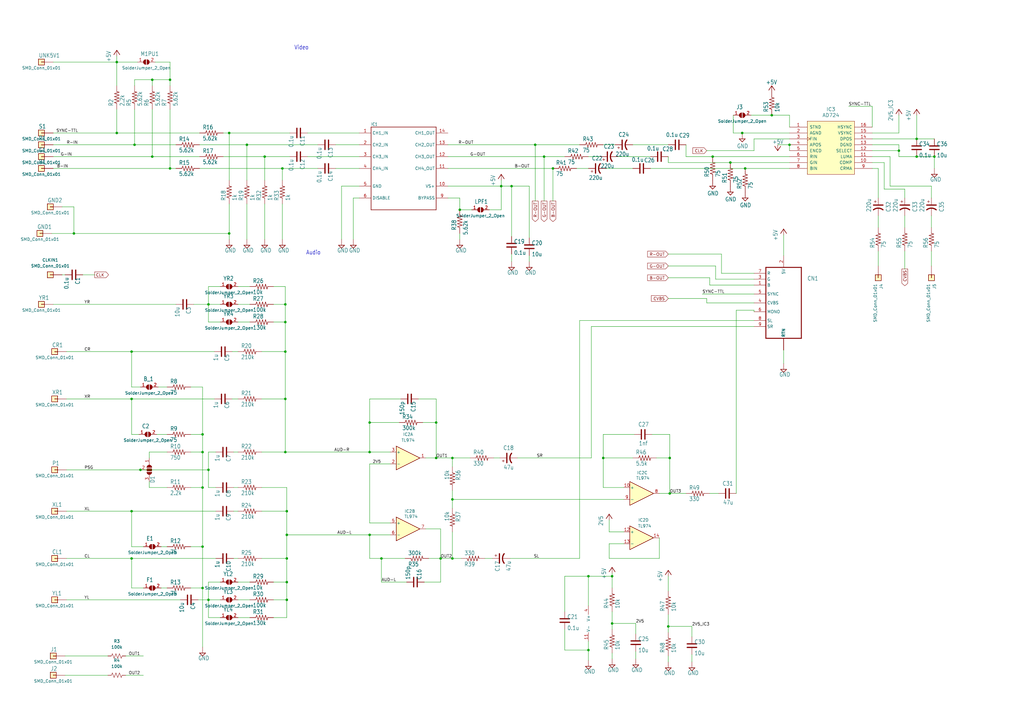
<source format=kicad_sch>
(kicad_sch (version 20231120) (generator "eeschema") (generator_version "8.0")
  (paper "User" 439.826 305.206)
  (junction (at 158.75 229.87))
  (junction (at 229.87 62.23))
  (junction (at 31.75 100.33))
  (junction (at 287.02 269.24))
  (junction (at 56.515 171.45))
  (junction (at 60.325 201.93))
  (junction (at 57.785 62.23))
  (junction (at 158.75 181.61))
  (junction (at 318.77 57.15))
  (junction (at 123.19 250.19))
  (junction (at 262.89 267.97))
  (junction (at 331.47 49.53))
  (junction (at 187.325 196.85))
  (junction (at 163.83 240.03))
  (junction (at 252.73 279.4))
  (junction (at 89.535 130.81))
  (junction (at 187.325 181.61))
  (junction (at 194.31 196.85))
  (junction (at 89.535 201.93))
  (junction (at 197.485 90.17))
  (junction (at 123.19 240.03))
  (junction (at 65.405 34.29))
  (junction (at 98.425 57.15))
  (junction (at 122.555 151.13))
  (junction (at 287.655 196.85))
  (junction (at 123.19 229.87))
  (junction (at 393.7 59.69))
  (junction (at 86.995 194.31))
  (junction (at 306.07 67.31))
  (junction (at 262.89 247.65))
  (junction (at 313.69 69.85))
  (junction (at 320.04 72.39))
  (junction (at 86.995 234.95))
  (junction (at 215.265 80.01))
  (junction (at 56.515 151.13))
  (junction (at 56.515 219.71))
  (junction (at 86.995 209.55))
  (junction (at 86.995 186.69))
  (junction (at 73.025 72.39))
  (junction (at 233.68 67.31))
  (junction (at 56.515 240.03))
  (junction (at 189.23 240.03))
  (junction (at 393.7 67.31))
  (junction (at 50.165 26.67))
  (junction (at 259.08 196.85))
  (junction (at 123.19 219.71))
  (junction (at 122.555 194.31))
  (junction (at 122.555 171.45))
  (junction (at 158.75 194.31))
  (junction (at 339.09 62.23))
  (junction (at 121.285 72.39))
  (junction (at 65.405 67.31))
  (junction (at 287.655 212.09))
  (junction (at 401.32 67.31))
  (junction (at 123.19 257.81))
  (junction (at 86.995 252.73))
  (junction (at 113.665 67.31))
  (junction (at 106.045 62.23))
  (junction (at 194.31 214.63))
  (junction (at 252.73 247.65))
  (junction (at 122.555 130.81))
  (junction (at 237.49 72.39))
  (junction (at 219.71 80.01))
  (junction (at 194.31 240.03))
  (junction (at 98.425 100.33))
  (junction (at 386.08 64.77))
  (junction (at 50.165 57.15))
  (junction (at 89.535 257.81))
  (junction (at 73.025 34.29))
  (junction (at 122.555 138.43))
  (wire (pts (xy 194.31 196.85) (xy 201.93 196.85)))
  (wire (pts (xy 379.73 69.85) (xy 379.73 81.28)))
  (wire (pts (xy 271.78 62.23) (xy 287.02 62.23)))
  (wire (pts (xy 123.19 257.81) (xy 123.19 265.43)))
  (wire (pts (xy 94.615 138.43) (xy 89.535 138.43)))
  (wire (pts (xy 28.575 201.93) (xy 60.325 201.93)))
  (wire (pts (xy 273.05 267.97) (xy 262.89 267.97)))
  (wire (pts (xy 287.655 186.69) (xy 287.655 196.85)))
  (wire (pts (xy 194.31 228.6) (xy 194.31 240.03)))
  (wire (pts (xy 112.395 171.45) (xy 122.555 171.45)))
  (wire (pts (xy 60.325 201.93) (xy 89.535 201.93)))
  (wire (pts (xy 237.49 72.39) (xy 237.49 86.36)))
  (wire (pts (xy 261.62 240.03) (xy 283.21 240.03)))
  (wire (pts (xy 26.67 88.9) (xy 31.75 88.9)))
  (wire (pts (xy 102.235 130.81) (xy 107.315 130.81)))
  (wire (pts (xy 136.525 72.39) (xy 121.285 72.39)))
  (wire (pts (xy 60.325 166.37) (xy 56.515 166.37)))
  (wire (pts (xy 374.65 69.85) (xy 379.73 69.85)))
  (wire (pts (xy 393.7 59.69) (xy 401.32 59.69)))
  (wire (pts (xy 112.395 240.03) (xy 123.19 240.03)))
  (wire (pts (xy 132.08 57.15) (xy 154.305 57.15)))
  (wire (pts (xy 400.05 80.01) (xy 382.27 80.01)))
  (wire (pts (xy 22.86 130.81) (xy 75.565 130.81)))
  (wire (pts (xy 122.555 171.45) (xy 122.555 151.13)))
  (wire (pts (xy 121.285 77.47) (xy 121.285 72.39)))
  (wire (pts (xy 294.64 67.31) (xy 306.07 67.31)))
  (wire (pts (xy 113.665 67.31) (xy 124.46 67.31)))
  (wire (pts (xy 50.165 26.67) (xy 50.165 24.13)))
  (wire (pts (xy 92.71 240.03) (xy 56.515 240.03)))
  (wire (pts (xy 28.575 171.45) (xy 56.515 171.45)))
  (wire (pts (xy 106.045 102.87) (xy 106.045 87.63)))
  (wire (pts (xy 158.75 199.39) (xy 167.64 199.39)))
  (wire (pts (xy 303.53 128.27) (xy 303.53 130.175)))
  (wire (pts (xy 65.405 36.83) (xy 65.405 34.29)))
  (wire (pts (xy 144.145 72.39) (xy 154.305 72.39)))
  (wire (pts (xy 102.235 151.13) (xy 99.695 151.13)))
  (wire (pts (xy 192.405 72.39) (xy 237.49 72.39)))
  (wire (pts (xy 272.415 186.69) (xy 259.08 186.69)))
  (wire (pts (xy 22.86 57.15) (xy 50.165 57.15)))
  (wire (pts (xy 400.05 92.71) (xy 400.05 97.79)))
  (wire (pts (xy 187.325 196.85) (xy 187.325 181.61)))
  (wire (pts (xy 189.23 240.03) (xy 184.15 240.03)))
  (wire (pts (xy 252.73 72.39) (xy 247.65 72.39)))
  (wire (pts (xy 35.56 118.11) (xy 40.64 118.11)))
  (wire (pts (xy 22.225 100.33) (xy 31.75 100.33)))
  (wire (pts (xy 50.165 26.67) (xy 50.165 36.83)))
  (wire (pts (xy 85.725 62.23) (xy 106.045 62.23)))
  (wire (pts (xy 122.555 194.31) (xy 158.75 194.31)))
  (wire (pts (xy 279.4 72.39) (xy 320.04 72.39)))
  (wire (pts (xy 339.09 59.69) (xy 323.85 59.69)))
  (wire (pts (xy 194.31 240.03) (xy 198.12 240.03)))
  (wire (pts (xy 261.62 233.68) (xy 261.62 240.03)))
  (wire (pts (xy 386.08 64.77) (xy 386.08 67.31)))
  (wire (pts (xy 307.34 114.3) (xy 307.34 120.015)))
  (wire (pts (xy 122.555 194.31) (xy 122.555 171.45)))
  (wire (pts (xy 262.89 283.21) (xy 262.89 280.67)))
  (wire (pts (xy 267.97 233.68) (xy 261.62 233.68)))
  (wire (pts (xy 187.325 196.85) (xy 194.31 196.85)))
  (wire (pts (xy 336.55 100.965) (xy 336.55 109.855)))
  (wire (pts (xy 287.655 212.09) (xy 294.64 212.09)))
  (wire (pts (xy 64.135 207.01) (xy 64.135 209.55)))
  (wire (pts (xy 401.32 67.31) (xy 393.7 67.31)))
  (wire (pts (xy 304.8 119.38) (xy 287.02 119.38)))
  (wire (pts (xy 388.62 81.28) (xy 388.62 85.09)))
  (wire (pts (xy 71.755 209.55) (xy 64.135 209.55)))
  (wire (pts (xy 158.75 224.79) (xy 158.75 199.39)))
  (wire (pts (xy 259.08 196.85) (xy 259.08 209.55)))
  (wire (pts (xy 117.475 250.19) (xy 123.19 250.19)))
  (wire (pts (xy 182.88 196.85) (xy 187.325 196.85)))
  (wire (pts (xy 252.73 247.65) (xy 252.73 260.35)))
  (wire (pts (xy 174.625 250.19) (xy 163.83 250.19)))
  (wire (pts (xy 192.405 85.09) (xy 197.485 85.09)))
  (wire (pts (xy 95.885 57.15) (xy 98.425 57.15)))
  (wire (pts (xy 98.425 87.63) (xy 98.425 100.33)))
  (wire (pts (xy 283.21 240.03) (xy 283.21 231.14)))
  (wire (pts (xy 377.19 92.71) (xy 377.19 97.79)))
  (wire (pts (xy 92.075 151.13) (xy 56.515 151.13)))
  (wire (pts (xy 323.85 64.77) (xy 303.53 64.77)))
  (wire (pts (xy 401.32 72.39) (xy 401.32 67.31)))
  (wire (pts (xy 73.025 26.67) (xy 73.025 34.29)))
  (wire (pts (xy 313.69 69.85) (xy 339.09 69.85)))
  (wire (pts (xy 297.18 269.24) (xy 287.02 269.24)))
  (wire (pts (xy 307.34 114.3) (xy 287.02 114.3)))
  (wire (pts (xy 388.62 92.71) (xy 388.62 97.79)))
  (wire (pts (xy 89.535 194.31) (xy 92.71 194.31)))
  (wire (pts (xy 323.85 133.35) (xy 323.85 133.985)))
  (wire (pts (xy 304.8 119.38) (xy 304.8 122.555)))
  (wire (pts (xy 59.69 186.69) (xy 56.515 186.69)))
  (wire (pts (xy 287.02 69.85) (xy 313.69 69.85)))
  (wire (pts (xy 50.165 26.67) (xy 59.055 26.67)))
  (wire (pts (xy 151.765 85.09) (xy 151.765 102.87)))
  (wire (pts (xy 158.75 181.61) (xy 158.75 194.31)))
  (wire (pts (xy 22.86 26.67) (xy 50.165 26.67)))
  (wire (pts (xy 121.285 102.87) (xy 121.285 87.63)))
  (wire (pts (xy 215.265 80.01) (xy 215.265 77.47)))
  (wire (pts (xy 339.09 57.15) (xy 318.77 57.15)))
  (wire (pts (xy 273.05 283.21) (xy 273.05 280.035)))
  (wire (pts (xy 309.88 109.22) (xy 287.02 109.22)))
  (wire (pts (xy 192.405 80.01) (xy 215.265 80.01)))
  (wire (pts (xy 294.64 62.23) (xy 294.64 67.31)))
  (wire (pts (xy 86.995 234.95) (xy 81.915 234.95)))
  (wire (pts (xy 252.73 275.59) (xy 252.73 279.4)))
  (wire (pts (xy 334.01 62.23) (xy 339.09 62.23)))
  (wire (pts (xy 254 140.335) (xy 254 196.85)))
  (wire (pts (xy 86.995 252.73) (xy 81.915 252.73)))
  (wire (pts (xy 167.64 224.79) (xy 158.75 224.79)))
  (wire (pts (xy 339.09 49.53) (xy 339.09 54.61)))
  (wire (pts (xy 102.235 250.19) (xy 107.315 250.19)))
  (wire (pts (xy 182.245 250.19) (xy 189.23 250.19)))
  (wire (pts (xy 163.83 240.03) (xy 173.99 240.03)))
  (wire (pts (xy 377.19 72.39) (xy 377.19 85.09)))
  (wire (pts (xy 102.235 123.19) (xy 107.315 123.19)))
  (wire (pts (xy 89.535 130.81) (xy 94.615 130.81)))
  (wire (pts (xy 71.755 252.73) (xy 69.215 252.73)))
  (wire (pts (xy 233.68 67.31) (xy 242.57 67.31)))
  (wire (pts (xy 112.395 194.31) (xy 122.555 194.31)))
  (wire (pts (xy 98.425 57.15) (xy 124.46 57.15)))
  (wire (pts (xy 144.145 62.23) (xy 154.305 62.23)))
  (wire (pts (xy 323.85 140.335) (xy 254 140.335)))
  (wire (pts (xy 81.915 209.55) (xy 86.995 209.55)))
  (wire (pts (xy 287.02 67.31) (xy 287.02 69.85)))
  (wire (pts (xy 194.31 210.82) (xy 194.31 214.63)))
  (wire (pts (xy 229.87 62.23) (xy 248.92 62.23)))
  (wire (pts (xy 248.92 137.795) (xy 248.92 240.03)))
  (wire (pts (xy 94.615 250.19) (xy 89.535 250.19)))
  (wire (pts (xy 400.05 107.95) (xy 400.05 114.3)))
  (wire (pts (xy 86.995 209.55) (xy 86.995 194.31)))
  (wire (pts (xy 112.395 209.55) (xy 123.19 209.55)))
  (wire (pts (xy 89.535 257.81) (xy 89.535 265.43)))
  (wire (pts (xy 28.575 151.13) (xy 56.515 151.13)))
  (wire (pts (xy 163.83 240.03) (xy 158.75 240.03)))
  (wire (pts (xy 73.025 34.29) (xy 73.025 36.83)))
  (wire (pts (xy 158.75 171.45) (xy 158.75 181.61)))
  (wire (pts (xy 86.995 186.69) (xy 81.915 186.69)))
  (wire (pts (xy 102.235 138.43) (xy 107.315 138.43)))
  (wire (pts (xy 267.97 228.6) (xy 261.62 228.6)))
  (wire (pts (xy 187.325 171.45) (xy 187.325 181.61)))
  (wire (pts (xy 179.705 171.45) (xy 187.325 171.45)))
  (wire (pts (xy 123.19 250.19) (xy 123.19 257.81)))
  (wire (pts (xy 98.425 100.33) (xy 98.425 102.87)))
  (wire (pts (xy 242.57 270.51) (xy 242.57 279.4)))
  (wire (pts (xy 94.615 123.19) (xy 89.535 123.19)))
  (wire (pts (xy 61.595 252.73) (xy 56.515 252.73)))
  (wire (pts (xy 92.71 219.71) (xy 56.515 219.71)))
  (wire (pts (xy 386.08 67.31) (xy 393.7 67.31)))
  (wire (pts (xy 306.07 67.31) (xy 339.09 67.31)))
  (wire (pts (xy 112.395 219.71) (xy 123.19 219.71)))
  (wire (pts (xy 86.995 166.37) (xy 81.915 166.37)))
  (wire (pts (xy 262.89 247.65) (xy 262.89 252.73)))
  (wire (pts (xy 382.27 67.31) (xy 374.65 67.31)))
  (wire (pts (xy 92.075 171.45) (xy 56.515 171.45)))
  (wire (pts (xy 95.885 67.31) (xy 113.665 67.31)))
  (wire (pts (xy 242.57 262.89) (xy 242.57 247.65)))
  (wire (pts (xy 163.83 250.19) (xy 163.83 240.03)))
  (wire (pts (xy 182.88 227.33) (xy 189.23 227.33)))
  (wire (pts (xy 393.7 59.69) (xy 393.7 49.53)))
  (wire (pts (xy 107.315 265.43) (xy 102.235 265.43)))
  (wire (pts (xy 86.995 194.31) (xy 86.995 186.69)))
  (wire (pts (xy 57.785 34.29) (xy 65.405 34.29)))
  (wire (pts (xy 86.995 252.73) (xy 86.995 278.13)))
  (wire (pts (xy 86.995 234.95) (xy 86.995 252.73)))
  (wire (pts (xy 242.57 279.4) (xy 252.73 279.4)))
  (wire (pts (xy 123.19 240.03) (xy 123.19 250.19)))
  (wire (pts (xy 122.555 138.43) (xy 122.555 151.13)))
  (wire (pts (xy 83.185 130.81) (xy 89.535 130.81)))
  (wire (pts (xy 57.785 62.23) (xy 57.785 46.99)))
  (wire (pts (xy 197.485 102.87) (xy 197.485 100.33)))
  (wire (pts (xy 309.88 117.475) (xy 323.85 117.475)))
  (wire (pts (xy 189.23 250.19) (xy 189.23 240.03)))
  (wire (pts (xy 123.19 229.87) (xy 123.19 219.71)))
  (wire (pts (xy 61.595 234.95) (xy 56.515 234.95)))
  (wire (pts (xy 158.75 229.87) (xy 167.64 229.87)))
  (wire (pts (xy 307.34 120.015) (xy 323.85 120.015)))
  (wire (pts (xy 50.165 57.15) (xy 85.725 57.15)))
  (wire (pts (xy 262.89 270.51) (xy 262.89 267.97)))
  (wire (pts (xy 102.235 240.03) (xy 100.33 240.03)))
  (wire (pts (xy 57.785 36.83) (xy 57.785 34.29)))
  (wire (pts (xy 117.475 138.43) (xy 122.555 138.43)))
  (wire (pts (xy 287.02 247.65) (xy 287.02 254)))
  (wire (pts (xy 374.65 62.23) (xy 386.08 62.23)))
  (wire (pts (xy 283.21 212.09) (xy 287.655 212.09)))
  (wire (pts (xy 50.165 46.99) (xy 50.165 57.15)))
  (wire (pts (xy 65.405 67.31) (xy 85.725 67.31)))
  (wire (pts (xy 56.515 186.69) (xy 56.515 171.45)))
  (wire (pts (xy 377.19 107.95) (xy 377.19 114.3)))
  (wire (pts (xy 158.75 181.61) (xy 171.45 181.61)))
  (wire (pts (xy 287.02 284.48) (xy 287.02 281.94)))
  (wire (pts (xy 388.62 107.95) (xy 388.62 115.57)))
  (wire (pts (xy 265.43 67.31) (xy 279.4 67.31)))
  (wire (pts (xy 303.53 130.175) (xy 323.85 130.175)))
  (wire (pts (xy 304.8 212.09) (xy 308.61 212.09)))
  (wire (pts (xy 27.94 290.195) (xy 46.355 290.195)))
  (wire (pts (xy 146.685 80.01) (xy 146.685 102.87)))
  (wire (pts (xy 102.235 219.71) (xy 100.33 219.71)))
  (wire (pts (xy 323.85 137.795) (xy 248.92 137.795)))
  (wire (pts (xy 222.25 196.85) (xy 254 196.85)))
  (wire (pts (xy 123.19 229.87) (xy 158.75 229.87)))
  (wire (pts (xy 154.305 80.01) (xy 146.685 80.01)))
  (wire (pts (xy 122.555 130.81) (xy 122.555 138.43)))
  (wire (pts (xy 123.19 240.03) (xy 123.19 229.87)))
  (wire (pts (xy 28.575 257.81) (xy 77.47 257.81)))
  (wire (pts (xy 219.71 101.6) (xy 219.71 80.01)))
  (wire (pts (xy 252.73 279.4) (xy 252.73 283.845)))
  (wire (pts (xy 287.655 196.85) (xy 281.94 196.85)))
  (wire (pts (xy 314.96 49.53) (xy 314.96 57.15)))
  (wire (pts (xy 86.995 166.37) (xy 86.995 186.69)))
  (wire (pts (xy 71.755 194.31) (xy 64.135 194.31)))
  (wire (pts (xy 75.565 72.39) (xy 73.025 72.39)))
  (wire (pts (xy 262.89 267.97) (xy 262.89 262.89)))
  (wire (pts (xy 102.235 194.31) (xy 100.33 194.31)))
  (wire (pts (xy 259.08 196.85) (xy 271.78 196.85)))
  (wire (pts (xy 210.185 90.17) (xy 215.265 90.17)))
  (wire (pts (xy 64.135 194.31) (xy 64.135 196.85)))
  (wire (pts (xy 374.65 57.15) (xy 386.08 57.15)))
  (wire (pts (xy 31.75 100.33) (xy 98.425 100.33)))
  (wire (pts (xy 56.515 166.37) (xy 56.515 151.13)))
  (wire (pts (xy 189.23 227.33) (xy 189.23 240.03)))
  (wire (pts (xy 215.265 90.17) (xy 215.265 80.01)))
  (wire (pts (xy 287.02 269.24) (xy 287.02 264.16)))
  (wire (pts (xy 28.575 219.71) (xy 56.515 219.71)))
  (wire (pts (xy 320.04 72.39) (xy 339.09 72.39)))
  (wire (pts (xy 71.755 234.95) (xy 69.215 234.95)))
  (wire (pts (xy 86.995 209.55) (xy 86.995 234.95)))
  (wire (pts (xy 208.28 240.03) (xy 211.455 240.03)))
  (wire (pts (xy 304.8 122.555) (xy 323.85 122.555)))
  (wire (pts (xy 287.02 271.78) (xy 287.02 269.24)))
  (wire (pts (xy 117.475 123.19) (xy 122.555 123.19)))
  (wire (pts (xy 31.75 88.9) (xy 31.75 100.33)))
  (wire (pts (xy 297.18 284.48) (xy 297.18 281.305)))
  (wire (pts (xy 81.915 194.31) (xy 86.995 194.31)))
  (wire (pts (xy 261.62 223.52) (xy 261.62 228.6)))
  (wire (pts (xy 56.515 219.71) (xy 56.515 234.95)))
  (wire (pts (xy 219.71 109.22) (xy 219.71 112.395)))
  (wire (pts (xy 122.555 151.13) (xy 112.395 151.13)))
  (wire (pts (xy 194.31 214.63) (xy 267.97 214.63)))
  (wire (pts (xy 26.67 118.11) (xy 27.94 118.11)))
  (wire (pts (xy 66.675 26.67) (xy 73.025 26.67)))
  (wire (pts (xy 382.27 80.01) (xy 382.27 67.31)))
  (wire (pts (xy 158.75 194.31) (xy 167.64 194.31)))
  (wire (pts (xy 22.86 62.23) (xy 57.785 62.23)))
  (wire (pts (xy 264.16 62.23) (xy 259.08 62.23)))
  (wire (pts (xy 386.08 57.15) (xy 386.08 49.53)))
  (wire (pts (xy 102.235 257.81) (xy 107.315 257.81)))
  (wire (pts (xy 67.945 166.37) (xy 71.755 166.37)))
  (wire (pts (xy 262.89 247.65) (xy 262.89 246.38)))
  (wire (pts (xy 102.235 171.45) (xy 99.695 171.45)))
  (wire (pts (xy 257.81 67.31) (xy 252.73 67.31)))
  (wire (pts (xy 374.65 54.61) (xy 374.65 45.72)))
  (wire (pts (xy 89.535 265.43) (xy 94.615 265.43)))
  (wire (pts (xy 28.575 240.03) (xy 56.515 240.03)))
  (wire (pts (xy 106.045 77.47) (xy 106.045 62.23)))
  (wire (pts (xy 227.33 80.01) (xy 227.33 102.235)))
  (wire (pts (xy 65.405 34.29) (xy 73.025 34.29)))
  (wire (pts (xy 106.045 62.23) (xy 136.525 62.23)))
  (wire (pts (xy 233.68 67.31) (xy 233.68 86.36)))
  (wire (pts (xy 374.65 64.77) (xy 386.08 64.77)))
  (wire (pts (xy 89.535 257.81) (xy 85.09 257.81)))
  (wire (pts (xy 309.88 109.22) (xy 309.88 117.475)))
  (wire (pts (xy 189.23 240.03) (xy 194.31 240.03)))
  (wire (pts (xy 22.86 67.31) (xy 65.405 67.31)))
  (wire (pts (xy 122.555 123.19) (xy 122.555 130.81)))
  (wire (pts (xy 102.235 209.55) (xy 100.33 209.55)))
  (wire (pts (xy 219.075 240.03) (xy 248.92 240.03)))
  (wire (pts (xy 89.535 201.93) (xy 89.535 209.55)))
  (wire (pts (xy 113.665 102.87) (xy 113.665 87.63)))
  (wire (pts (xy 123.19 219.71) (xy 123.19 209.55)))
  (wire (pts (xy 336.55 150.495) (xy 336.55 156.21)))
  (wire (pts (xy 73.025 46.99) (xy 73.025 72.39)))
  (wire (pts (xy 187.325 181.61) (xy 181.61 181.61)))
  (wire (pts (xy 297.18 273.685) (xy 297.18 269.24)))
  (wire (pts (xy 98.425 77.47) (xy 98.425 57.15)))
  (wire (pts (xy 117.475 265.43) (xy 123.19 265.43)))
  (wire (pts (xy 89.535 209.55) (xy 92.71 209.55)))
  (wire (pts (xy 379.73 81.28) (xy 388.62 81.28)))
  (wire (pts (xy 197.485 85.09) (xy 197.485 90.17)))
  (wire (pts (xy 113.665 77.47) (xy 113.665 67.31)))
  (wire (pts (xy 22.86 72.39) (xy 73.025 72.39)))
  (wire (pts (xy 303.53 128.27) (xy 287.02 128.27)))
  (wire (pts (xy 301.625 126.365) (xy 323.85 126.365)))
  (wire (pts (xy 280.035 186.69) (xy 287.655 186.69)))
  (wire (pts (xy 117.475 257.81) (xy 123.19 257.81)))
  (wire (pts (xy 259.08 186.69) (xy 259.08 196.85)))
  (wire (pts (xy 197.485 90.17) (xy 202.565 90.17)))
  (wire (pts (xy 316.23 133.35) (xy 323.85 133.35)))
  (wire (pts (xy 158.75 229.87) (xy 158.75 240.03)))
  (wire (pts (xy 242.57 247.65) (xy 252.73 247.65)))
  (wire (pts (xy 89.535 250.19) (xy 89.535 257.81)))
  (wire (pts (xy 67.31 186.69) (xy 71.755 186.69)))
  (wire (pts (xy 229.87 62.23) (xy 229.87 86.36)))
  (wire (pts (xy 374.65 72.39) (xy 377.19 72.39)))
  (wire (pts (xy 89.535 257.81) (xy 94.615 257.81)))
  (wire (pts (xy 212.09 196.85) (xy 214.63 196.85)))
  (wire (pts (xy 215.265 80.01) (xy 219.71 80.01)))
  (wire (pts (xy 53.975 290.195) (xy 61.595 290.195)))
  (wire (pts (xy 316.23 133.35) (xy 316.23 212.09)))
  (wire (pts (xy 65.405 46.99) (xy 65.405 67.31)))
  (wire (pts (xy 192.405 67.31) (xy 233.68 67.31)))
  (wire (pts (xy 89.535 123.19) (xy 89.535 130.81)))
  (wire (pts (xy 89.535 138.43) (xy 89.535 130.81)))
  (wire (pts (xy 121.285 72.39) (xy 85.725 72.39)))
  (wire (pts (xy 323.85 59.69) (xy 323.85 64.77)))
  (wire (pts (xy 132.08 67.31) (xy 154.305 67.31)))
  (wire (pts (xy 252.73 247.65) (xy 262.89 247.65)))
  (wire (pts (xy 259.08 209.55) (xy 267.97 209.55)))
  (wire (pts (xy 27.94 281.94) (xy 46.355 281.94)))
  (wire (pts (xy 53.975 281.94) (xy 61.595 281.94)))
  (wire (pts (xy 322.58 49.53) (xy 331.47 49.53)))
  (wire (pts (xy 227.33 109.855) (xy 227.33 112.395)))
  (wire (pts (xy 273.05 272.415) (xy 273.05 267.97)))
  (wire (pts (xy 374.65 45.72) (xy 364.49 45.72)))
  (wire (pts (xy 89.535 194.31) (xy 89.535 201.93)))
  (wire (pts (xy 172.085 171.45) (xy 158.75 171.45)))
  (wire (pts (xy 117.475 130.81) (xy 122.555 130.81)))
  (wire (pts (xy 287.655 212.09) (xy 287.655 196.85)))
  (wire (pts (xy 386.08 62.23) (xy 386.08 64.77)))
  (wire (pts (xy 192.405 62.23) (xy 229.87 62.23)))
  (wire (pts (xy 374.65 59.69) (xy 393.7 59.69)))
  (wire (pts (xy 194.31 214.63) (xy 194.31 218.44)))
  (wire (pts (xy 339.09 62.23) (xy 339.09 64.77)))
  (wire (pts (xy 154.305 85.09) (xy 151.765 85.09)))
  (wire (pts (xy 400.05 85.09) (xy 400.05 80.01)))
  (wire (pts (xy 57.785 62.23) (xy 75.565 62.23)))
  (wire (pts (xy 194.31 196.85) (xy 194.31 200.66)))
  (wire (pts (xy 314.96 57.15) (xy 318.77 57.15)))
  (wire (pts (xy 260.35 72.39) (xy 271.78 72.39)))
  (wire (pts (xy 219.71 80.01) (xy 227.33 80.01)))
  (wire (pts (xy 331.47 49.53) (xy 339.09 49.53)))
  (wire (pts (xy 56.515 252.73) (xy 56.515 240.03)))
  (text "Video" (at 126.365 21.59 0) (effects (font (size 1.778 1.5113)) (justify left bottom)))
  (text "Audio" (at 131.445 109.728 0) (effects (font (size 1.778 1.5113)) (justify left bottom)))
  (label "R-OUT" (at 196.85 62.23 0) (effects (font (size 1.2446 1.2446))))
  (label "YL" (at 36.195 257.81 0) (effects (font (size 1.2446 1.2446))))
  (label "OUT2" (at 189.23 240.03 0) (effects (font (size 1.2446 1.2446))))
  (label "SYNC-TTL" (at 24.13 57.15 0) (effects (font (size 1.2446 1.2446))))
  (label "AUD-R" (at 143.51 194.31 0) (effects (font (size 1.2446 1.2446))))
  (label "G-IN" (at 26.035 67.31 0) (effects (font (size 1.2446 1.2446))))
  (label "CL" (at 36.195 240.03 0) (effects (font (size 1.2446 1.2446))))
  (label "B-OUT" (at 220.98 72.39 0) (effects (font (size 1.2446 1.2446))))
  (label "XL" (at 36.195 219.71 0) (effects (font (size 1.2446 1.2446))))
  (label "OUT2" (at 55.245 290.195 0) (effects (font (size 1.2446 1.2446))))
  (label "B-IN" (at 24.384 72.39 0) (effects (font (size 1.2446 1.2446))))
  (label "CR" (at 36.195 151.13 0) (effects (font (size 1.2446 1.2446))))
  (label "SL" (at 229.235 240.03 0) (effects (font (size 1.2446 1.2446))))
  (label "AUD-L" (at 144.78 229.87 0) (effects (font (size 1.2446 1.2446))))
  (label "YR" (at 36.195 130.81 0) (effects (font (size 1.2446 1.2446))))
  (label "OUT1" (at 187.325 196.85 0) (effects (font (size 1.2446 1.2446))))
  (label "AUD-L" (at 163.83 250.19 0) (effects (font (size 1.2446 1.2446))))
  (label "SR" (at 230.505 196.85 0) (effects (font (size 1.2446 1.2446))))
  (label "SYNC-TTL" (at 364.49 45.72 0))
  (label "2V5" (at 160.02 199.39 0) (effects (font (size 1.2446 1.2446))))
  (label "PSG" (at 36.195 201.93 0) (effects (font (size 1.2446 1.2446))))
  (label "XR" (at 36.195 171.45 0) (effects (font (size 1.2446 1.2446))))
  (label "OUT3" (at 287.655 212.09 0) (effects (font (size 1.2446 1.2446))))
  (label "R-IN" (at 28.575 62.23 0) (effects (font (size 1.2446 1.2446))))
  (label "SYNC-TTL" (at 301.625 126.365 0))
  (label "2V5_IC3" (at 297.18 269.24 0) (effects (font (size 1.2446 1.2446))))
  (label "2V5" (at 273.05 267.97 0) (effects (font (size 1.2446 1.2446))))
  (label "G-OUT" (at 201.93 67.31 0) (effects (font (size 1.2446 1.2446))))
  (label "OUT1" (at 55.245 281.94 0) (effects (font (size 1.2446 1.2446))))
  (global_label "R-OUT" (shape output) (at 229.87 86.36 270) (property "Intersheetrefs" "${INTERSHEET_REFS}" (effects (hide yes))))
  (global_label "CVBS" (shape output) (at 388.62 115.57 270) (property "Intersheetrefs" "${INTERSHEET_REFS}" (effects (hide yes))))
  (global_label "B-OUT" (shape output) (at 237.49 86.36 270) (property "Intersheetrefs" "${INTERSHEET_REFS}" (effects (hide yes))))
  (global_label "R-OUT" (shape input) (at 287.02 109.22 180) (property "Intersheetrefs" "${INTERSHEET_REFS}" (effects (hide yes))))
  (global_label "G-OUT" (shape input) (at 287.02 114.3 180) (property "Intersheetrefs" "${INTERSHEET_REFS}" (effects (hide yes))))
  (global_label "CLK" (shape output) (at 40.64 118.11 0) (property "Intersheetrefs" "${INTERSHEET_REFS}" (effects (hide yes))))
  (global_label "B-OUT" (shape input) (at 287.02 119.38 180) (property "Intersheetrefs" "${INTERSHEET_REFS}" (effects (hide yes))))
  (global_label "CLK" (shape input) (at 303.53 64.77 180) (property "Intersheetrefs" "${INTERSHEET_REFS}" (effects (hide yes))))
  (global_label "CVBS" (shape input) (at 287.02 128.27 180) (property "Intersheetrefs" "${INTERSHEET_REFS}" (effects (hide yes))))
  (global_label "G-OUT" (shape output) (at 233.68 86.36 270) (property "Intersheetrefs" "${INTERSHEET_REFS}" (effects (hide yes))))
  (symbol (lib_id "My_Library:SMD_Conn_01x01") (at 17.78 26.67 0) (unit 1) (in_bom no)
    (property "Reference" "UNK5V1" (at 16.637 24.8158 0) (effects (font (size 1.778 1.5113)) (justify left bottom)))
    (property "Value" "SMD_Conn_01x01" (at 17.78 29.21 0))
    (property "Footprint" "Connector_Wire:SolderWirePad_1x01_SMD_1x2mm" (effects (hide yes)))
  )
  (symbol (lib_id "Jumper:SolderJumper_2_Open") (at 98.425 138.43 0) (unit 1)
    (property "Reference" "YR4" (at 95.885 135.89 0) (effects (font (size 1.778 1.5113)) (justify left bottom)))
    (property "Value" "SolderJumper_2_Open" (at 98.425 140.97 0))
    (property "Footprint" "Jumper:SolderJumper-2_P1.3mm_Open_RoundedPad1.0x1.5mm" (effects (hide yes)))
  )
  (symbol (lib_id "3bpV2A_RevC-eagle-import:R-US_R0603") (at 107.315 209.55 0) (unit 1)
    (property "Reference" "R23" (at 103.505 208.0514 0) (effects (font (size 1.778 1.5113)) (justify left bottom)))
    (property "Value" "210k" (at 103.505 212.852 0) (effects (font (size 1.778 1.5113)) (justify left bottom)))
    (property "Footprint" "Resistor_SMD:R_0603_1608Metric" (effects (hide yes)))
  )
  (symbol (lib_id "3bpV2A_RevC-eagle-import:R-US_R0603") (at 98.425 82.55 90) (unit 1)
    (property "Reference" "R18" (at 96.9264 86.36 0) (effects (font (size 1.778 1.5113)) (justify left bottom)))
    (property "Value" "1k" (at 101.727 86.36 0) (effects (font (size 1.778 1.5113)) (justify left bottom)))
    (property "Footprint" "Resistor_SMD:R_0603_1608Metric" (effects (hide yes)))
  )
  (symbol (lib_id "3bpV2A_RevC-eagle-import:R-US_R0603") (at 287.02 259.08 90) (unit 1)
    (property "Reference" "R47" (at 285.5214 262.89 0) (effects (font (size 1.778 1.5113)) (justify left bottom)))
    (property "Value" "10k" (at 290.322 262.89 0) (effects (font (size 1.778 1.5113)) (justify left bottom)))
    (property "Footprint" "Resistor_SMD:R_0603_1608Metric" (effects (hide yes)))
  )
  (symbol (lib_id "3bpV2A_RevC-eagle-import:+5V") (at 336.55 98.425 0) (unit 1)
    (property "Reference" "#P+08" (effects (hide yes)))
    (property "Value" "+5V" (at 334.01 103.505 90) (effects (font (size 1.778 1.5113)) (justify left bottom)))
    (property "Footprint" "3bpV2A_RevC:" (effects (hide yes)))
  )
  (symbol (lib_id "3bpV2A_RevC-eagle-import:R-US_R0603") (at 262.89 257.81 90) (unit 1)
    (property "Reference" "R44" (at 261.3914 261.62 0) (effects (font (size 1.778 1.5113)) (justify left bottom)))
    (property "Value" "10k" (at 266.192 261.62 0) (effects (font (size 1.778 1.5113)) (justify left bottom)))
    (property "Footprint" "Resistor_SMD:R_0603_1608Metric" (effects (hide yes)))
  )
  (symbol (lib_id "3bpV2A_RevC-eagle-import:R-US_R0603") (at 276.86 196.85 0) (unit 1)
    (property "Reference" "R46" (at 273.05 195.3514 0) (effects (font (size 1.778 1.5113)) (justify left bottom)))
    (property "Value" "5.5k" (at 273.05 200.152 0) (effects (font (size 1.778 1.5113)) (justify left bottom)))
    (property "Footprint" "Resistor_SMD:R_0603_1608Metric" (effects (hide yes)))
  )
  (symbol (lib_id "3bpV2A_RevC-eagle-import:GND") (at 320.04 85.09 0) (unit 1)
    (property "Reference" "#SUPPLY019" (effects (hide yes)))
    (property "Value" "GND" (at 317.754 89.154 0) (effects (font (size 1.778 1.5113)) (justify left bottom)))
    (property "Footprint" "3bpV2A_RevC:" (effects (hide yes)))
  )
  (symbol (lib_id "Jumper:SolderJumper_2_Open") (at 64.135 166.37 0) (unit 1)
    (property "Reference" "B_1" (at 61.595 163.83 0) (effects (font (size 1.778 1.5113)) (justify left bottom)))
    (property "Value" "SolderJumper_2_Open" (at 64.135 168.91 0))
    (property "Footprint" "Jumper:SolderJumper-2_P1.3mm_Open_RoundedPad1.0x1.5mm" (effects (hide yes)))
  )
  (symbol (lib_id "3bpV2A_RevC-eagle-import:GND") (at 106.045 105.41 0) (unit 1)
    (property "Reference" "#SUPPLY03" (effects (hide yes)))
    (property "Value" "GND" (at 104.14 108.585 0) (effects (font (size 1.778 1.5113)) (justify left bottom)))
    (property "Footprint" "3bpV2A_RevC:" (effects (hide yes)))
  )
  (symbol (lib_id "3bpV2A_RevC-eagle-import:+5V") (at 331.47 36.83 0) (unit 1)
    (property "Reference" "#P+06" (effects (hide yes)))
    (property "Value" "+5V" (at 328.93 36.322 0) (effects (font (size 1.778 1.5113)) (justify left bottom)))
    (property "Footprint" "3bpV2A_RevC:" (effects (hide yes)))
  )
  (symbol (lib_id "Jumper:SolderJumper_2_Open") (at 65.405 252.73 0) (unit 1)
    (property "Reference" "F1" (at 62.865 250.19 0) (effects (font (size 1.778 1.5113)) (justify left bottom)))
    (property "Value" "SolderJumper_2_Open" (at 65.405 255.27 0))
    (property "Footprint" "Jumper:SolderJumper-2_P1.3mm_Open_RoundedPad1.0x1.5mm" (effects (hide yes)))
  )
  (symbol (lib_id "Device:C") (at 283.21 67.31 270) (unit 1)
    (property "Reference" "C28" (at 284.48 65.024 90) (effects (font (size 1.778 1.5113)) (justify left bottom)))
    (property "Value" "0.1u" (at 277.876 64.77 90) (effects (font (size 1.778 1.5113)) (justify left bottom)))
    (property "Footprint" "Capacitor_SMD:C_0603_1608Metric" (effects (hide yes)))
  )
  (symbol (lib_id "3bpV2A_RevC-eagle-import:R-US_R0603") (at 107.315 240.03 0) (unit 1)
    (property "Reference" "R25" (at 103.505 238.5314 0) (effects (font (size 1.778 1.5113)) (justify left bottom)))
    (property "Value" "210k" (at 103.505 243.332 0) (effects (font (size 1.778 1.5113)) (justify left bottom)))
    (property "Footprint" "Resistor_SMD:R_0603_1608Metric" (effects (hide yes)))
  )
  (symbol (lib_id "Jumper:SolderJumper_2_Open") (at 206.375 90.17 0) (unit 1)
    (property "Reference" "LPF1" (at 203.835 87.63 0) (effects (font (size 1.778 1.5113)) (justify left bottom)))
    (property "Value" "SolderJumper_2_Open" (at 206.375 92.71 0))
    (property "Footprint" "Jumper:SolderJumper-2_P1.3mm_Open_RoundedPad1.0x1.5mm" (effects (hide yes)))
  )
  (symbol (lib_id "3bpV2A_RevC-eagle-import:GND") (at 313.69 82.55 0) (unit 1)
    (property "Reference" "#SUPPLY017" (effects (hide yes)))
    (property "Value" "GND" (at 311.404 86.614 0) (effects (font (size 1.778 1.5113)) (justify left bottom)))
    (property "Footprint" "3bpV2A_RevC:" (effects (hide yes)))
  )
  (symbol (lib_id "3bpV2A_RevC-eagle-import:R-US_R0603") (at 90.805 57.15 0) (unit 1)
    (property "Reference" "R16" (at 86.995 55.6514 0) (effects (font (size 1.778 1.5113)) (justify left bottom)))
    (property "Value" "5.62k" (at 86.995 60.452 0) (effects (font (size 1.778 1.5113)) (justify left bottom)))
    (property "Footprint" "Resistor_SMD:R_0603_1608Metric" (effects (hide yes)))
  )
  (symbol (lib_id "3bpV2A_RevC-eagle-import:+5V") (at 393.7 46.99 0) (unit 1)
    (property "Reference" "#P+010" (effects (hide yes)))
    (property "Value" "+5V" (at 391.16 52.07 90) (effects (font (size 1.778 1.5113)) (justify left bottom)))
    (property "Footprint" "3bpV2A_RevC:" (effects (hide yes)))
  )
  (symbol (lib_id "My_Library:SMD_Conn_01x01") (at 23.495 171.45 0) (unit 1) (in_bom no)
    (property "Reference" "XR1" (at 22.352 169.5958 0) (effects (font (size 1.778 1.5113)) (justify left bottom)))
    (property "Value" "SMD_Conn_01x01" (at 23.495 173.99 0))
    (property "Footprint" "Connector_Wire:SolderWirePad_1x01_SMD_1x2mm" (effects (hide yes)))
  )
  (symbol (lib_id "3bpV2A_RevC-eagle-import:GND") (at 86.995 280.67 0) (unit 1)
    (property "Reference" "#SUPPLY01" (effects (hide yes)))
    (property "Value" "GND" (at 85.09 283.845 0) (effects (font (size 1.778 1.5113)) (justify left bottom)))
    (property "Footprint" "3bpV2A_RevC:" (effects (hide yes)))
  )
  (symbol (lib_id "3bpV2A_RevC-eagle-import:GND") (at 297.18 287.02 0) (unit 1)
    (property "Reference" "#SUPPLY015" (effects (hide yes)))
    (property "Value" "GND" (at 295.275 290.195 0) (effects (font (size 1.778 1.5113)) (justify left bottom)))
    (property "Footprint" "3bpV2A_RevC:" (effects (hide yes)))
  )
  (symbol (lib_id "3bpV2A_RevC-eagle-import:GND") (at 273.05 285.75 0) (unit 1)
    (property "Reference" "#SUPPLY013" (effects (hide yes)))
    (property "Value" "GND" (at 271.145 288.925 0) (effects (font (size 1.778 1.5113)) (justify left bottom)))
    (property "Footprint" "3bpV2A_RevC:" (effects (hide yes)))
  )
  (symbol (lib_id "3bpV2A_RevC-eagle-import:R-US_R0603") (at 112.395 130.81 0) (unit 1)
    (property "Reference" "R27" (at 108.585 129.3114 0) (effects (font (size 1.778 1.5113)) (justify left bottom)))
    (property "Value" "100k" (at 108.585 134.112 0) (effects (font (size 1.778 1.5113)) (justify left bottom)))
    (property "Footprint" "Resistor_SMD:R_0603_1608Metric" (effects (hide yes)))
  )
  (symbol (lib_id "My_Library:SMD_Conn_01x01") (at 17.78 62.23 0) (unit 1) (in_bom no)
    (property "Reference" "R1" (at 16.637 60.3758 0) (effects (font (size 1.778 1.5113)) (justify left bottom)))
    (property "Value" "SMD_Conn_01x01" (at 17.78 64.77 0))
    (property "Footprint" "Connector_Wire:SolderWirePad_1x01_SMD_1x2mm" (effects (hide yes)))
  )
  (symbol (lib_id "My_Library:SMD_Conn_01x01") (at 377.19 119.38 90) (unit 1) (in_bom no)
    (property "Reference" "J4" (at 378.4601 121.92 0) (effects (justify right)))
    (property "Value" "SMD_Conn_01x01" (at 375.9201 121.92 0) (effects (justify right)))
    (property "Footprint" "Connector_Wire:SolderWirePad_1x01_SMD_1x2mm" (effects (hide yes)))
  )
  (symbol (lib_id "Device:C") (at 96.52 194.31 270) (unit 1)
    (property "Reference" "C7" (at 97.155 195.326 0) (effects (font (size 1.778 1.5113)) (justify left bottom)))
    (property "Value" "1u" (at 92.329 195.326 0) (effects (font (size 1.778 1.5113)) (justify left bottom)))
    (property "Footprint" "Capacitor_SMD:C_0603_1608Metric" (effects (hide yes)))
  )
  (symbol (lib_id "3bpV2A_RevC-eagle-import:GND") (at 151.765 105.41 0) (unit 1)
    (property "Reference" "#SUPPLY07" (effects (hide yes)))
    (property "Value" "GND" (at 149.86 108.585 0) (effects (font (size 1.778 1.5113)) (justify left bottom)))
    (property "Footprint" "3bpV2A_RevC:" (effects (hide yes)))
  )
  (symbol (lib_id "3bpV2A_RevC-eagle-import:+5V") (at 386.08 46.99 0) (unit 1)
    (property "Reference" "#P+09" (effects (hide yes)))
    (property "Value" "2V5_IC3" (at 383.54 52.07 90) (effects (font (size 1.778 1.5113)) (justify left bottom)))
    (property "Footprint" "3bpV2A_RevC:" (effects (hide yes)))
  )
  (symbol (lib_id "Device:C") (at 96.52 209.55 270) (unit 1)
    (property "Reference" "C8" (at 97.155 210.566 0) (effects (font (size 1.778 1.5113)) (justify left bottom)))
    (property "Value" "1u" (at 92.329 210.566 0) (effects (font (size 1.778 1.5113)) (justify left bottom)))
    (property "Footprint" "Capacitor_SMD:C_0603_1608Metric" (effects (hide yes)))
  )
  (symbol (lib_id "Device:C_Polarized_US") (at 261.62 67.31 90) (unit 1)
    (property "Reference" "C23" (at 263.906 61.976 90) (effects (font (size 1.778 1.5113)) (justify left bottom)))
    (property "Value" "220u" (at 263.906 70.358 90) (effects (font (size 1.778 1.5113)) (justify left bottom)))
    (property "Footprint" "Capacitor_Tantalum_SMD:CP_EIA-3528-15_AVX-H" (effects (hide yes)))
  )
  (symbol (lib_id "Device:C") (at 273.05 276.225 0) (unit 1)
    (property "Reference" "C25" (at 274.066 275.59 0) (effects (font (size 1.778 1.5113)) (justify left bottom)))
    (property "Value" "10u" (at 274.066 280.416 0) (effects (font (size 1.778 1.5113)) (justify left bottom)))
    (property "Footprint" "Capacitor_SMD:C_1206_3216Metric" (effects (hide yes)))
  )
  (symbol (lib_id "My_Library:SMD_Conn_01x01") (at 23.495 151.13 0) (unit 1) (in_bom no)
    (property "Reference" "CR1" (at 22.352 149.2758 0) (effects (font (size 1.778 1.5113)) (justify left bottom)))
    (property "Value" "SMD_Conn_01x01" (at 23.495 153.67 0))
    (property "Footprint" "Connector_Wire:SolderWirePad_1x01_SMD_1x2mm" (effects (hide yes)))
  )
  (symbol (lib_id "Device:C") (at 275.59 72.39 270) (unit 1)
    (property "Reference" "C26" (at 276.606 69.85 90) (effects (font (size 1.778 1.5113)) (justify left bottom)))
    (property "Value" "0.1u" (at 271.272 69.596 90) (effects (font (size 1.778 1.5113)) (justify left bottom)))
    (property "Footprint" "Capacitor_SMD:C_0603_1608Metric" (effects (hide yes)))
  )
  (symbol (lib_id "Jumper:SolderJumper_2_Open") (at 98.425 265.43 0) (unit 1)
    (property "Reference" "YL4" (at 95.885 262.89 0) (effects (font (size 1.778 1.5113)) (justify left bottom)))
    (property "Value" "SolderJumper_2_Open" (at 98.425 267.97 0))
    (property "Footprint" "Jumper:SolderJumper-2_P1.3mm_Open_RoundedPad1.0x1.5mm" (effects (hide yes)))
  )
  (symbol (lib_id "3bpV2A_RevC-eagle-import:R-US_R0603") (at 80.645 62.23 0) (unit 1)
    (property "Reference" "R14" (at 76.835 60.7314 0) (effects (font (size 1.778 1.5113)) (justify left bottom)))
    (property "Value" "5.62k" (at 76.835 65.532 0) (effects (font (size 1.778 1.5113)) (justify left bottom)))
    (property "Footprint" "Resistor_SMD:R_0603_1608Metric" (effects (hide yes)))
  )
  (symbol (lib_id "Device:C") (at 219.71 105.41 0) (unit 1)
    (property "Reference" "C19" (at 220.726 104.775 0) (effects (font (size 1.778 1.5113)) (justify left bottom)))
    (property "Value" "0.1u" (at 220.726 109.601 0) (effects (font (size 1.778 1.5113)) (justify left bottom)))
    (property "Footprint" "Capacitor_SMD:C_0603_1608Metric" (effects (hide yes)))
  )
  (symbol (lib_id "3bpV2A_RevC-eagle-import:R-US_R0603") (at 400.05 102.87 90) (unit 1)
    (property "Reference" "R56" (at 398.5514 106.68 0) (effects (font (size 1.778 1.5113)) (justify left bottom)))
    (property "Value" "75" (at 403.352 106.68 0) (effects (font (size 1.778 1.5113)) (justify left bottom)))
    (property "Footprint" "Resistor_SMD:R_0603_1608Metric" (effects (hide yes)))
  )
  (symbol (lib_id "Device:C") (at 95.885 151.13 270) (unit 1)
    (property "Reference" "C5" (at 96.52 152.146 0) (effects (font (size 1.778 1.5113)) (justify left bottom)))
    (property "Value" "1u" (at 91.694 152.146 0) (effects (font (size 1.778 1.5113)) (justify left bottom)))
    (property "Footprint" "Capacitor_SMD:C_0603_1608Metric" (effects (hide yes)))
  )
  (symbol (lib_id "3bpV2A_RevC-eagle-import:R-US_R0603") (at 113.665 82.55 90) (unit 1)
    (property "Reference" "R32" (at 112.1664 86.36 0) (effects (font (size 1.778 1.5113)) (justify left bottom)))
    (property "Value" "1k" (at 116.967 86.36 0) (effects (font (size 1.778 1.5113)) (justify left bottom)))
    (property "Footprint" "Resistor_SMD:R_0603_1608Metric" (effects (hide yes)))
  )
  (symbol (lib_id "Device:C") (at 227.33 106.045 0) (unit 1)
    (property "Reference" "C20" (at 228.346 105.41 0) (effects (font (size 1.778 1.5113)) (justify left bottom)))
    (property "Value" "10u" (at 228.346 110.236 0) (effects (font (size 1.778 1.5113)) (justify left bottom)))
    (property "Footprint" "Capacitor_SMD:C_1206_3216Metric" (effects (hide yes)))
  )
  (symbol (lib_id "My_Library:SMD_Conn_01x01") (at 400.05 119.38 90) (unit 1) (in_bom no)
    (property "Reference" "J5" (at 401.3201 121.92 0) (effects (justify right)))
    (property "Value" "SMD_Conn_01x01" (at 398.7801 121.92 0) (effects (justify right)))
    (property "Footprint" "Connector_Wire:SolderWirePad_1x01_SMD_1x2mm" (effects (hide yes)))
  )
  (symbol (lib_id "Jumper:SolderJumper_2_Open") (at 62.865 26.67 0) (unit 1)
    (property "Reference" "M1PU1" (at 60.325 24.13 0) (effects (font (size 1.778 1.5113)) (justify left bottom)))
    (property "Value" "SolderJumper_2_Open" (at 62.865 29.21 0))
    (property "Footprint" "Jumper:SolderJumper-2_P1.3mm_Open_RoundedPad1.0x1.5mm" (effects (hide yes)))
  )
  (symbol (lib_id "3bpV2A_RevC-eagle-import:R-US_R0603") (at 57.785 41.91 90) (unit 1)
    (property "Reference" "R5" (at 56.2864 45.72 0) (effects (font (size 1.778 1.5113)) (justify left bottom)))
    (property "Value" "5.62k" (at 61.087 45.72 0) (effects (font (size 1.778 1.5113)) (justify left bottom)))
    (property "Footprint" "Resistor_SMD:R_0603_1608Metric" (effects (hide yes)))
  )
  (symbol (lib_id "Jumper:SolderJumper_3_Open") (at 64.135 201.93 270) (unit 1)
    (property "Reference" "D1" (at 64.516 204.47 0) (effects (font (size 1.778 1.5113)) (justify left bottom)))
    (property "Value" "SolderJumper_3_Open" (effects (hide yes)))
    (property "Footprint" "Jumper:SolderJumper-3_P1.3mm_Open_RoundedPad1.0x1.5mm" (effects (hide yes)))
  )
  (symbol (lib_id "3bpV2A_RevC-eagle-import:R-US_R0603") (at 112.395 265.43 0) (unit 1)
    (property "Reference" "R31" (at 108.585 263.9314 0) (effects (font (size 1.778 1.5113)) (justify left bottom)))
    (property "Value" "130k" (at 108.585 268.732 0) (effects (font (size 1.778 1.5113)) (justify left bottom)))
    (property "Footprint" "Resistor_SMD:R_0603_1608Metric" (effects (hide yes)))
  )
  (symbol (lib_id "3bpV2A_RevC-eagle-import:R-US_R0603") (at 388.62 102.87 90) (unit 1)
    (property "Reference" "R55" (at 387.1214 106.68 0) (effects (font (size 1.778 1.5113)) (justify left bottom)))
    (property "Value" "75" (at 391.922 106.68 0) (effects (font (size 1.778 1.5113)) (justify left bottom)))
    (property "Footprint" "Resistor_SMD:R_0603_1608Metric" (effects (hide yes)))
  )
  (symbol (lib_id "My_Library:SMD_Conn_01x01") (at 17.78 72.39 0) (unit 1) (in_bom no)
    (property "Reference" "B1" (at 16.637 70.5358 0) (effects (font (size 1.778 1.5113)) (justify left bottom)))
    (property "Value" "SMD_Conn_01x01" (at 17.78 74.93 0))
    (property "Footprint" "Connector_Wire:SolderWirePad_1x01_SMD_1x2mm" (effects (hide yes)))
  )
  (symbol (lib_id "3bpV2A_RevC-eagle-import:R-US_R0603") (at 107.315 171.45 0) (unit 1)
    (property "Reference" "R21" (at 103.505 169.9514 0) (effects (font (size 1.778 1.5113)) (justify left bottom)))
    (property "Value" "210k" (at 103.505 174.752 0) (effects (font (size 1.778 1.5113)) (justify left bottom)))
    (property "Footprint" "Resistor_SMD:R_0603_1608Metric" (effects (hide yes)))
  )
  (symbol (lib_id "Device:C") (at 312.42 212.09 270) (unit 1)
    (property "Reference" "C31" (at 310.261 208.788 90) (effects (font (size 1.778 1.5113)) (justify left bottom)))
    (property "Value" "47u" (at 310.515 216.916 90) (effects (font (size 1.778 1.5113)) (justify left bottom)))
    (property "Footprint" "Capacitor_Tantalum_SMD:CP_EIA-3528-15_AVX-H" (effects (hide yes)))
  )
  (symbol (lib_id "My_Library:SMD_Conn_01x01") (at 23.495 257.81 0) (unit 1) (in_bom no)
    (property "Reference" "YL1" (at 22.352 255.9558 0) (effects (font (size 1.778 1.5113)) (justify left bottom)))
    (property "Value" "SMD_Conn_01x01" (at 23.495 260.35 0))
    (property "Footprint" "Connector_Wire:SolderWirePad_1x01_SMD_1x2mm" (effects (hide yes)))
  )
  (symbol (lib_id "3bpV2A_RevC-eagle-import:GND") (at 146.685 105.41 0) (unit 1)
    (property "Reference" "#SUPPLY06" (effects (hide yes)))
    (property "Value" "GND" (at 144.78 108.585 0) (effects (font (size 1.778 1.5113)) (justify left bottom)))
    (property "Footprint" "3bpV2A_RevC:" (effects (hide yes)))
  )
  (symbol (lib_id "3bpV2A_RevC-eagle-import:R-US_R0603") (at 320.04 77.47 90) (unit 1)
    (property "Reference" "R52" (at 318.5414 81.28 0) (effects (font (size 1.778 1.5113)) (justify left bottom)))
    (property "Value" "75" (at 323.342 81.28 0) (effects (font (size 1.778 1.5113)) (justify left bottom)))
    (property "Footprint" "Resistor_SMD:R_0603_1608Metric" (effects (hide yes)))
  )
  (symbol (lib_id "3bpV2A_RevC-eagle-import:GND") (at 197.485 105.41 0) (unit 1)
    (property "Reference" "#SUPPLY08" (effects (hide yes)))
    (property "Value" "GND" (at 195.58 108.585 0) (effects (font (size 1.778 1.5113)) (justify left bottom)))
    (property "Footprint" "3bpV2A_RevC:" (effects (hide yes)))
  )
  (symbol (lib_id "Device:C") (at 393.7 63.5 0) (unit 1)
    (property "Reference" "C34" (at 394.716 62.865 0) (effects (font (size 1.778 1.5113)) (justify left bottom)))
    (property "Value" "0.1u" (at 394.716 67.691 0) (effects (font (size 1.778 1.5113)) (justify left bottom)))
    (property "Footprint" "Capacitor_SMD:C_0603_1608Metric" (effects (hide yes)))
  )
  (symbol (lib_id "Device:C_Polarized_US") (at 215.265 240.03 90) (mirror x) (unit 1)
    (property "Reference" "C17" (at 214.63 241.046 0) (effects (font (size 1.778 1.5113)) (justify left bottom)))
    (property "Value" "47u" (at 219.456 241.046 0) (effects (font (size 1.778 1.5113)) (justify left bottom)))
    (property "Footprint" "Capacitor_Tantalum_SMD:CP_EIA-3528-15_AVX-H" (effects (hide yes)))
  )
  (symbol (lib_id "Device:C") (at 95.885 171.45 270) (unit 1)
    (property "Reference" "C6" (at 96.52 172.466 0) (effects (font (size 1.778 1.5113)) (justify left bottom)))
    (property "Value" "1u" (at 91.694 172.466 0) (effects (font (size 1.778 1.5113)) (justify left bottom)))
    (property "Footprint" "Capacitor_SMD:C_0603_1608Metric" (effects (hide yes)))
  )
  (symbol (lib_id "My_Library:SMD_Conn_01x01") (at 21.59 88.9 0) (unit 1) (in_bom no)
    (property "Reference" "GND2" (at 20.447 87.0458 0) (effects (font (size 1.778 1.5113)) (justify left bottom)))
    (property "Value" "SMD_Conn_01x01" (at 21.59 91.44 0))
    (property "Footprint" "Connector_Wire:SolderWirePad_1x01_SMD_1x2mm" (effects (hide yes)))
  )
  (symbol (lib_id "My_Library:SMD_Conn_01x01") (at 23.495 240.03 0) (unit 1) (in_bom no)
    (property "Reference" "CL1" (at 22.352 238.1758 0) (effects (font (size 1.778 1.5113)) (justify left bottom)))
    (property "Value" "SMD_Conn_01x01" (at 23.495 242.57 0))
    (property "Footprint" "Connector_Wire:SolderWirePad_1x01_SMD_1x2mm" (effects (hide yes)))
  )
  (symbol (lib_id "3bpV2A_RevC-eagle-import:R-US_R0603") (at 194.31 205.74 270) (unit 1)
    (property "Reference" "R36" (at 195.8086 201.93 0) (effects (font (size 1.778 1.5113)) (justify left bottom)))
    (property "Value" "10k" (at 191.008 201.93 0) (effects (font (size 1.778 1.5113)) (justify left bottom)))
    (property "Footprint" "Resistor_SMD:R_0603_1608Metric" (effects (hide yes)))
  )
  (symbol (lib_id "Amplifier_Operational:LM324") (at 275.59 231.14 0) (unit 4)
    (property "Reference" "IC2" (at 276.352 223.52 0))
    (property "Value" "TL974" (at 276.86 226.06 0))
    (property "Footprint" "Package_SO:SOIC-14_3.9x8.7mm_P1.27mm" (effects (hide yes)))
    (property "Datasheet" "http://www.ti.com/lit/ds/symlink/lm2902-n.pdf" (effects (hide yes)))
    (property "Description" "Low-Power, Quad-Operational Amplifiers, DIP-14/SOIC-14/SSOP-14" (effects (hide yes)))
  )
  (symbol (lib_id "3bpV2A_RevC-eagle-import:+5V") (at 334.01 64.77 180) (unit 1)
    (property "Reference" "#P+07" (effects (hide yes)))
    (property "Value" "+5V" (at 336.55 59.944 0) (effects (font (size 1.778 1.5113)) (justify left bottom)))
    (property "Footprint" "3bpV2A_RevC:" (effects (hide yes)))
  )
  (symbol (lib_id "Device:C_Polarized_US") (at 256.54 72.39 90) (unit 1)
    (property "Reference" "C22" (at 258.826 67.056 90) (effects (font (size 1.778 1.5113)) (justify left bottom)))
    (property "Value" "220u" (at 258.826 75.438 90) (effects (font (size 1.778 1.5113)) (justify left bottom)))
    (property "Footprint" "Capacitor_Tantalum_SMD:CP_EIA-3528-15_AVX-H" (effects (hide yes)))
  )
  (symbol (lib_id "Device:R_US") (at 50.165 281.94 90) (unit 1)
    (property "Reference" "R3" (at 50.165 275.59 90))
    (property "Value" "100k" (at 50.165 278.13 90))
    (property "Footprint" "Resistor_SMD:R_0603_1608Metric" (effects (hide yes)))
  )
  (symbol (lib_id "3bpV2A_RevC-eagle-import:GND") (at 287.02 287.02 0) (unit 1)
    (property "Reference" "#SUPPLY014" (effects (hide yes)))
    (property "Value" "GND" (at 285.115 290.195 0) (effects (font (size 1.778 1.5113)) (justify left bottom)))
    (property "Footprint" "3bpV2A_RevC:" (effects (hide yes)))
  )
  (symbol (lib_id "3bpV2A_RevC-eagle-import:R-US_R0603") (at 50.165 41.91 90) (unit 1)
    (property "Reference" "R2" (at 48.6664 45.72 0) (effects (font (size 1.778 1.5113)) (justify left bottom)))
    (property "Value" "2.2k" (at 53.467 45.72 0) (effects (font (size 1.778 1.5113)) (justify left bottom)))
    (property "Footprint" "Resistor_SMD:R_0603_1608Metric" (effects (hide yes)))
  )
  (symbol (lib_id "3bpV2A_RevC-eagle-import:R-US_R0603") (at 76.835 234.95 0) (unit 1)
    (property "Reference" "R12" (at 73.025 233.4514 0) (effects (font (size 1.778 1.5113)) (justify left bottom)))
    (property "Value" "75" (at 73.025 238.252 0) (effects (font (size 1.778 1.5113)) (justify left bottom)))
    (property "Footprint" "Resistor_SMD:R_0603_1608Metric" (effects (hide yes)))
  )
  (symbol (lib_id "3bpV2A_RevC-eagle-import:R-US_R0603") (at 107.315 194.31 0) (unit 1)
    (property "Reference" "R22" (at 103.505 192.8114 0) (effects (font (size 1.778 1.5113)) (justify left bottom)))
    (property "Value" "210k" (at 103.505 197.612 0) (effects (font (size 1.778 1.5113)) (justify left bottom)))
    (property "Footprint" "Resistor_SMD:R_0603_1608Metric" (effects (hide yes)))
  )
  (symbol (lib_id "Device:C") (at 140.335 62.23 270) (unit 1)
    (property "Reference" "C13" (at 140.97 63.246 0) (effects (font (size 1.778 1.5113)) (justify left bottom)))
    (property "Value" "0.1u" (at 136.144 63.246 0) (effects (font (size 1.778 1.5113)) (justify left bottom)))
    (property "Footprint" "Capacitor_SMD:C_0603_1608Metric" (effects (hide yes)))
  )
  (symbol (lib_id "Device:C") (at 276.225 186.69 270) (unit 1)
    (property "Reference" "C27" (at 274.066 183.388 90) (effects (font (size 1.778 1.5113)) (justify left bottom)))
    (property "Value" "1nf" (at 274.32 191.516 90) (effects (font (size 1.778 1.5113)) (justify left bottom)))
    (property "Footprint" "Capacitor_SMD:C_0603_1608Metric" (effects (hide yes)))
  )
  (symbol (lib_id "My_Library:SMD_Conn_01x01") (at 21.59 118.11 0) (unit 1) (in_bom no)
    (property "Reference" "CLKIN1" (at 21.59 111.76 0))
    (property "Value" "SMD_Conn_01x01" (at 21.59 114.3 0))
    (property "Footprint" "Connector_Wire:SolderWirePad_1x01_SMD_1x2mm" (effects (hide yes)))
  )
  (symbol (lib_id "Device:C") (at 96.52 219.71 270) (unit 1)
    (property "Reference" "C9" (at 97.155 220.726 0) (effects (font (size 1.778 1.5113)) (justify left bottom)))
    (property "Value" "1u" (at 92.329 220.726 0) (effects (font (size 1.778 1.5113)) (justify left bottom)))
    (property "Footprint" "Capacitor_SMD:C_0603_1608Metric" (effects (hide yes)))
  )
  (symbol (lib_id "3bpV2A_RevC-eagle-import:R-US_R0603") (at 313.69 74.93 90) (unit 1)
    (property "Reference" "R51" (at 312.1914 78.74 0) (effects (font (size 1.778 1.5113)) (justify left bottom)))
    (property "Value" "75" (at 316.992 78.74 0) (effects (font (size 1.778 1.5113)) (justify left bottom)))
    (property "Footprint" "Resistor_SMD:R_0603_1608Metric" (effects (hide yes)))
  )
  (symbol (lib_id "3bpV2A_RevC-eagle-import:R-US_R0603") (at 262.89 275.59 90) (unit 1)
    (property "Reference" "R45" (at 261.3914 279.4 0) (effects (font (size 1.778 1.5113)) (justify left bottom)))
    (property "Value" "10k" (at 266.192 279.4 0) (effects (font (size 1.778 1.5113)) (justify left bottom)))
    (property "Footprint" "Resistor_SMD:R_0603_1608Metric" (effects (hide yes)))
  )
  (symbol (lib_id "Device:C_Polarized_US") (at 377.19 88.9 0) (unit 1)
    (property "Reference" "C32" (at 382.524 91.186 90) (effects (font (size 1.778 1.5113)) (justify left bottom)))
    (property "Value" "220u" (at 374.142 91.186 90) (effects (font (size 1.778 1.5113)) (justify left bottom)))
    (property "Footprint" "Capacitor_Tantalum_SMD:CP_EIA-3528-15_AVX-H" (effects (hide yes)))
  )
  (symbol (lib_id "Device:C") (at 96.52 240.03 270) (unit 1)
    (property "Reference" "C10" (at 97.155 241.046 0) (effects (font (size 1.778 1.5113)) (justify left bottom)))
    (property "Value" "1u" (at 92.329 241.046 0) (effects (font (size 1.778 1.5113)) (justify left bottom)))
    (property "Footprint" "Capacitor_SMD:C_0603_1608Metric" (effects (hide yes)))
  )
  (symbol (lib_id "Device:C") (at 31.75 118.11 270) (unit 1)
    (property "Reference" "C1" (at 32.385 119.126 0) (effects (font (size 1.778 1.5113)) (justify left bottom)))
    (property "Value" "0.1u" (at 27.559 119.126 0) (effects (font (size 1.778 1.5113)) (justify left bottom)))
    (property "Footprint" "Capacitor_SMD:C_0603_1608Metric" (effects (hide yes)))
  )
  (symbol (lib_id "3bpV2A_RevC-eagle-import:R-US_R0603") (at 299.72 212.09 0) (unit 1)
    (property "Reference" "R49" (at 295.91 210.5914 0) (effects (font (size 1.778 1.5113)) (justify left bottom)))
    (property "Value" "330" (at 295.91 215.392 0) (effects (font (size 1.778 1.5113)) (justify left bottom)))
    (property "Footprint" "Resistor_SMD:R_0603_1608Metric" (effects (hide yes)))
  )
  (symbol (lib_id "3bpV2A_RevC-eagle-import:+5V") (at 287.02 245.11 0) (unit 1)
    (property "Reference" "#P+05" (effects (hide yes)))
    (property "Value" "+5V" (at 284.48 250.19 90) (effects (font (size 1.778 1.5113)) (justify left bottom)))
    (property "Footprint" "3bpV2A_RevC:" (effects (hide yes)))
  )
  (symbol (lib_id "Device:C") (at 290.83 62.23 270) (unit 1)
    (property "Reference" "C29" (at 291.592 59.182 90) (effects (font (size 1.778 1.5113)) (justify left bottom)))
    (property "Value" "0.1u" (at 286.004 58.928 90) (effects (font (size 1.778 1.5113)) (justify left bottom)))
    (property "Footprint" "Capacitor_SMD:C_0603_1608Metric" (effects (hide yes)))
  )
  (symbol (lib_id "Device:C") (at 242.57 266.7 0) (unit 1)
    (property "Reference" "C21" (at 243.586 266.065 0) (effects (font (size 1.778 1.5113)) (justify left bottom)))
    (property "Value" "0.1u" (at 243.586 270.891 0) (effects (font (size 1.778 1.5113)) (justify left bottom)))
    (property "Footprint" "Capacitor_SMD:C_0603_1608Metric" (effects (hide yes)))
  )
  (symbol (lib_id "3bpV2A_RevC-eagle-import:R-US_R0603") (at 112.395 123.19 0) (unit 1)
    (property "Reference" "R26" (at 108.585 121.6914 0) (effects (font (size 1.778 1.5113)) (justify left bottom)))
    (property "Value" "10k" (at 108.585 126.492 0) (effects (font (size 1.778 1.5113)) (justify left bottom)))
    (property "Footprint" "Resistor_SMD:R_0603_1608Metric" (effects (hide yes)))
  )
  (symbol (lib_id "Amplifier_Operational:LM324") (at 275.59 212.09 0) (unit 3)
    (property "Reference" "IC2" (at 275.844 203.2 0))
    (property "Value" "TL974" (at 276.098 205.486 0))
    (property "Footprint" "Package_SO:SOIC-14_3.9x8.7mm_P1.27mm" (effects (hide yes)))
    (property "Datasheet" "http://www.ti.com/lit/ds/symlink/lm2902-n.pdf" (effects (hide yes)))
    (property "Description" "Low-Power, Quad-Operational Amplifiers, DIP-14/SOIC-14/SSOP-14" (effects (hide yes)))
  )
  (symbol (lib_id "Device:C") (at 79.375 130.81 270) (unit 1)
    (property "Reference" "C3" (at 80.01 131.826 0) (effects (font (size 1.778 1.5113)) (justify left bottom)))
    (property "Value" "10u" (at 75.184 131.826 0) (effects (font (size 1.778 1.5113)) (justify left bottom)))
    (property "Footprint" "Capacitor_SMD:C_0805_2012Metric" (effects (hide yes)))
  )
  (symbol (lib_id "3bpV2A_RevC-eagle-import:+5V") (at 261.62 220.98 0) (unit 1)
    (property "Reference" "#P+03" (effects (hide yes)))
    (property "Value" "2V5" (at 259.08 226.06 90) (effects (font (size 1.778 1.5113)) (justify left bottom)))
    (property "Footprint" "3bpV2A_RevC:" (effects (hide yes)))
  )
  (symbol (lib_id "3bpV2A_RevC-eagle-import:R-US_R0603") (at 90.805 67.31 0) (unit 1)
    (property "Reference" "R17" (at 86.995 65.8114 0) (effects (font (size 1.778 1.5113)) (justify left bottom)))
    (property "Value" "5.62k" (at 86.995 70.612 0) (effects (font (size 1.778 1.5113)) (justify left bottom)))
    (property "Footprint" "Resistor_SMD:R_0603_1608Metric" (effects (hide yes)))
  )
  (symbol (lib_id "My_Library:SMD_Conn_01x01") (at 17.78 130.81 0) (unit 1) (in_bom no)
    (property "Reference" "YR1" (at 16.637 128.9558 0) (effects (font (size 1.778 1.5113)) (justify left bottom)))
    (property "Value" "SMD_Conn_01x01" (at 17.78 133.35 0))
    (property "Footprint" "Connector_Wire:SolderWirePad_1x01_SMD_1x2mm" (effects (hide yes)))
  )
  (symbol (lib_id "3bpV2A_RevC-eagle-import:R-US_R0603") (at 107.315 219.71 0) (unit 1)
    (property "Reference" "R24" (at 103.505 218.2114 0) (effects (font (size 1.778 1.5113)) (justify left bottom)))
    (property "Value" "210k" (at 103.505 223.012 0) (effects (font (size 1.778 1.5113)) (justify left bottom)))
    (property "Footprint" "Resistor_SMD:R_0603_1608Metric" (effects (hide yes)))
  )
  (symbol (lib_id "Device:C_Polarized_US") (at 218.44 196.85 90) (unit 1)
    (property "Reference" "C18" (at 220.726 191.516 90) (effects (font (size 1.778 1.5113)) (justify left bottom)))
    (property "Value" "47u" (at 220.726 199.898 90) (effects (font (size 1.778 1.5113)) (justify left bottom)))
    (property "Footprint" "Capacitor_Tantalum_SMD:CP_EIA-3528-15_AVX-H" (effects (hide yes)))
  )
  (symbol (lib_id "3bpV2A_RevC-eagle-import:R-US_R0603") (at 287.02 276.86 90) (unit 1)
    (property "Reference" "R48" (at 285.5214 280.67 0) (effects (font (size 1.778 1.5113)) (justify left bottom)))
    (property "Value" "10k" (at 290.322 280.67 0) (effects (font (size 1.778 1.5113)) (justify left bottom)))
    (property "Footprint" "Resistor_SMD:R_0603_1608Metric" (effects (hide yes)))
  )
  (symbol (lib_id "3bpV2A_RevC-eagle-import:GND") (at 306.07 80.01 0) (unit 1)
    (property "Reference" "#SUPPLY016" (effects (hide yes)))
    (property "Value" "GND" (at 303.784 84.074 0) (effects (font (size 1.778 1.5113)) (justify left bottom)))
    (property "Footprint" "3bpV2A_RevC:" (effects (hide yes)))
  )
  (symbol (lib_id "Device:C") (at 297.18 277.495 0) (unit 1)
    (property "Reference" "C30" (at 298.196 276.86 0) (effects (font (size 1.778 1.5113)) (justify left bottom)))
    (property "Value" "10u" (at 298.196 281.686 0) (effects (font (size 1.778 1.5113)) (justify left bottom)))
    (property "Footprint" "Capacitor_SMD:C_1206_3216Metric" (effects (hide yes)))
  )
  (symbol (lib_id "3bpV2A_RevC-eagle-import:R-US_R0603") (at 76.835 209.55 0) (unit 1)
    (property "Reference" "R11" (at 73.025 208.0514 0) (effects (font (size 1.778 1.5113)) (justify left bottom)))
    (property "Value" "2.2k" (at 73.025 212.852 0) (effects (font (size 1.778 1.5113)) (justify left bottom)))
    (property "Footprint" "Resistor_SMD:R_0603_1608Metric" (effects (hide yes)))
  )
  (symbol (lib_id "Amplifier_Operational:LM324") (at 255.27 267.97 0) (unit 5)
    (property "Reference" "IC2" (effects (hide yes)))
    (property "Value" "TL974" (effects (hide yes)))
    (property "Footprint" "Package_SO:SOIC-14_3.9x8.7mm_P1.27mm" (effects (hide yes)))
    (property "Datasheet" "http://www.ti.com/lit/ds/symlink/lm2902-n.pdf" (effects (hide yes)))
    (property "Description" "Low-Power, Quad-Operational Amplifiers, DIP-14/SOIC-14/SSOP-14" (effects (hide yes)))
  )
  (symbol (lib_id "3bpV2A_RevC-eagle-import:+5V") (at 262.89 243.84 0) (unit 1)
    (property "Reference" "#P+04" (effects (hide yes)))
    (property "Value" "+5V" (at 260.35 248.92 90) (effects (font (size 1.778 1.5113)) (justify left bottom)))
    (property "Footprint" "3bpV2A_RevC:" (effects (hide yes)))
  )
  (symbol (lib_id "Jumper:SolderJumper_2_Open") (at 65.405 234.95 0) (unit 1)
    (property "Reference" "E1" (at 62.865 232.41 0) (effects (font (size 1.778 1.5113)) (justify left bottom)))
    (property "Value" "SolderJumper_2_Open" (at 65.405 237.49 0))
    (property "Footprint" "Jumper:SolderJumper-2_P1.3mm_Open_RoundedPad1.0x1.5mm" (effects (hide yes)))
  )
  (symbol (lib_id "3bpV2A_RevC-eagle-import:R-US_R0603") (at 306.07 72.39 90) (unit 1)
    (property "Reference" "R50" (at 304.5714 76.2 0) (effects (font (size 1.778 1.5113)) (justify left bottom)))
    (property "Value" "75" (at 309.372 76.2 0) (effects (font (size 1.778 1.5113)) (justify left bottom)))
    (property "Footprint" "Resistor_SMD:R_0603_1608Metric" (effects (hide yes)))
  )
  (symbol (lib_id "3bpV2A_RevC-eagle-import:GND") (at 121.285 105.41 0) (unit 1)
    (property "Reference" "#SUPPLY05" (effects (hide yes)))
    (property "Value" "GND" (at 119.38 108.585 0) (effects (font (size 1.778 1.5113)) (justify left bottom)))
    (property "Footprint" "3bpV2A_RevC:" (effects (hide yes)))
  )
  (symbol (lib_id "3bpV2A_RevC-eagle-import:R-US_R0603") (at 80.645 72.39 0) (unit 1)
    (property "Reference" "R15" (at 76.835 70.8914 0) (effects (font (size 1.778 1.5113)) (justify left bottom)))
    (property "Value" "5.62k" (at 76.835 75.692 0) (effects (font (size 1.778 1.5113)) (justify left bottom)))
    (property "Footprint" "Resistor_SMD:R_0603_1608Metric" (effects (hide yes)))
  )
  (symbol (lib_id "3bpV2A_RevC-eagle-import:GND") (at 336.55 158.75 0) (unit 1)
    (property "Reference" "#SUPPLY020" (effects (hide yes)))
    (property "Value" "GND" (at 334.645 161.925 0) (effects (font (size 1.778 1.5113)) (justify left bottom)))
    (property "Footprint" "3bpV2A_RevC:" (effects (hide yes)))
  )
  (symbol (lib_id "Amplifier_Operational:LM324") (at 175.26 227.33 0) (unit 2)
    (property "Reference" "IC2" (at 176.022 219.71 0))
    (property "Value" "TL974" (at 176.53 221.996 0))
    (property "Footprint" "Package_SO:SOIC-14_3.9x8.7mm_P1.27mm" (effects (hide yes)))
    (property "Datasheet" "http://www.ti.com/lit/ds/symlink/lm2902-n.pdf" (effects (hide yes)))
    (property "Description" "Low-Power, Quad-Operational Amplifiers, DIP-14/SOIC-14/SSOP-14" (effects (hide yes)))
  )
  (symbol (lib_id "3bpV2A_RevC-eagle-import:R-US_R0603") (at 106.045 82.55 90) (unit 1)
    (property "Reference" "R19" (at 104.5464 86.36 0) (effects (font (size 1.778 1.5113)) (justify left bottom)))
    (property "Value" "1k" (at 109.347 86.36 0) (effects (font (size 1.778 1.5113)) (justify left bottom)))
    (property "Footprint" "Resistor_SMD:R_0603_1608Metric" (effects (hide yes)))
  )
  (symbol (lib_id "Device:R_US") (at 50.165 290.195 90) (unit 1)
    (property "Reference" "R4" (at 50.165 283.845 90))
    (property "Value" "100k" (at 50.165 286.385 90))
    (property "Footprint" "Resistor_SMD:R_0603_1608Metric" (effects (hide yes)))
  )
  (symbol (lib_id "Jumper:SolderJumper_2_Open") (at 318.77 49.53 0) (unit 1)
    (property "Reference" "J3" (at 316.23 46.99 0) (effects (font (size 1.778 1.5113)) (justify left bottom)))
    (property "Value" "SolderJumper_2_Open" (at 318.77 52.07 0))
    (property "Footprint" "Jumper:SolderJumper-2_P1.3mm_Open_RoundedPad1.0x1.5mm" (effects (hide yes)))
  )
  (symbol (lib_id "My_Library:SMD_Conn_01x01") (at 23.495 219.71 0) (unit 1) (in_bom no)
    (property "Reference" "XL1" (at 22.352 217.8558 0) (effects (font (size 1.778 1.5113)) (justify left bottom)))
    (property "Value" "SMD_Conn_01x01" (at 23.495 222.25 0))
    (property "Footprint" "Connector_Wire:SolderWirePad_1x01_SMD_1x2mm" (effects (hide yes)))
  )
  (symbol (lib_id "My_Library:THS7374") (at 169.545 64.77 0) (unit 1)
    (property "Reference" "IC1" (at 159.385 54.102 0) (effects (font (size 1.27 1.0795)) (justify left bottom)))
    (property "Value" "THS7374IPWR" (effects (hide yes)))
    (property "Footprint" "Package_SO:TSSOP-14_4.4x5mm_P0.65mm" (effects (hide yes)))
  )
  (symbol (lib_id "Jumper:SolderJumper_2_Open") (at 98.425 250.19 0) (unit 1)
    (property "Reference" "YL2" (at 95.885 247.65 0) (effects (font (size 1.778 1.5113)) (justify left bottom)))
    (property "Value" "SolderJumper_2_Open" (at 98.425 252.73 0))
    (property "Footprint" "Jumper:SolderJumper-2_P1.3mm_Open_RoundedPad1.0x1.5mm" (effects (hide yes)))
  )
  (symbol (lib_id "3bpV2A_RevC-eagle-import:GND") (at 219.71 114.935 0) (unit 1)
    (property "Reference" "#SUPPLY09" (effects (hide yes)))
    (property "Value" "GND" (at 217.805 118.11 0) (effects (font (size 1.778 1.5113)) (justify left bottom)))
    (property "Footprint" "3bpV2A_RevC:" (effects (hide yes)))
  )
  (symbol (lib_id "Device:C") (at 128.27 67.31 270) (unit 1)
    (property "Reference" "C12" (at 128.905 68.326 0) (effects (font (size 1.778 1.5113)) (justify left bottom)))
    (property "Value" "0.1u" (at 124.079 68.326 0) (effects (font (size 1.778 1.5113)) (justify left bottom)))
    (property "Footprint" "Capacitor_SMD:C_0603_1608Metric" (effects (hide yes)))
  )
  (symbol (lib_id "3bpV2A_RevC-eagle-import:R-US_R0603") (at 65.405 41.91 90) (unit 1)
    (property "Reference" "R6" (at 63.9064 45.72 0) (effects (font (size 1.778 1.5113)) (justify left bottom)))
    (property "Value" "5.62k" (at 68.707 45.72 0) (effects (font (size 1.778 1.5113)) (justify left bottom)))
    (property "Footprint" "Resistor_SMD:R_0603_1608Metric" (effects (hide yes)))
  )
  (symbol (lib_id "3bpV2A_RevC-eagle-import:R-US_R0603") (at 76.835 186.69 0) (unit 1)
    (property "Reference" "R9" (at 73.025 185.1914 0) (effects (font (size 1.778 1.5113)) (justify left bottom)))
    (property "Value" "75" (at 73.025 189.992 0) (effects (font (size 1.778 1.5113)) (justify left bottom)))
    (property "Footprint" "Resistor_SMD:R_0603_1608Metric" (effects (hide yes)))
  )
  (symbol (lib_id "Jumper:SolderJumper_2_Open") (at 98.425 123.19 0) (unit 1)
    (property "Reference" "YR2" (at 95.885 120.65 0) (effects (font (size 1.778 1.5113)) (justify left bottom)))
    (property "Value" "SolderJumper_2_Open" (at 98.425 125.73 0))
    (property "Footprint" "Jumper:SolderJumper-2_P1.3mm_Open_RoundedPad1.0x1.5mm" (effects (hide yes)))
  )
  (symbol (lib_id "Device:C_Polarized_US") (at 400.05 88.9 0) (unit 1)
    (property "Reference" "C35" (at 405.384 91.186 90) (effects (font (size 1.778 1.5113)) (justify left bottom)))
    (property "Value" "220u" (at 397.002 91.186 90) (effects (font (size 1.778 1.5113)) (justify left bottom)))
    (property "Footprint" "Capacitor_Tantalum_SMD:CP_EIA-3528-15_AVX-H" (effects (hide yes)))
  )
  (symbol (lib_id "3bpV2A_RevC-eagle-import:GND") (at 401.32 74.93 0) (unit 1)
    (property "Reference" "#SUPPLY021" (effects (hide yes)))
    (property "Value" "GND" (at 399.415 78.105 0) (effects (font (size 1.778 1.5113)) (justify left bottom)))
    (property "Footprint" "3bpV2A_RevC:" (effects (hide yes)))
  )
  (symbol (lib_id "Device:C") (at 128.27 57.15 270) (unit 1)
    (property "Reference" "C11" (at 128.905 58.166 0) (effects (font (size 1.778 1.5113)) (justify left bottom)))
    (property "Value" "0.1u" (at 124.079 58.166 0) (effects (font (size 1.778 1.5113)) (justify left bottom)))
    (property "Footprint" "Capacitor_SMD:C_0603_1608Metric" (effects (hide yes)))
  )
  (symbol (lib_id "3bpV2A_RevC-eagle-import:R-US_R0603") (at 242.57 72.39 0) (unit 1)
    (property "Reference" "R41" (at 238.76 70.8914 0) (effects (font (size 1.778 1.5113)) (justify left bottom)))
    (property "Value" "75" (at 238.76 75.692 0) (effects (font (size 1.778 1.5113)) (justify left bottom)))
    (property "Footprint" "Resistor_SMD:R_0603_1608Metric" (effects (hide yes)))
  )
  (symbol (lib_id "3bpV2A_RevC-eagle-import:GND") (at 252.73 286.385 0) (unit 1)
    (property "Reference" "#SUPPLY011" (effects (hide yes)))
    (property "Value" "GND" (at 250.825 289.56 0) (effects (font (size 1.778 1.5113)) (justify left bottom)))
    (property "Footprint" "3bpV2A_RevC:" (effects (hide yes)))
  )
  (symbol (lib_id "3bpV2A_RevC-eagle-import:R-US_R0603") (at 107.315 151.13 0) (unit 1)
    (property "Reference" "R20" (at 103.505 149.6314 0) (effects (font (size 1.778 1.5113)) (justify left bottom)))
    (property "Value" "210k" (at 103.505 154.432 0) (effects (font (size 1.778 1.5113)) (justify left bottom)))
    (property "Footprint" "Resistor_SMD:R_0603_1608Metric" (effects (hide yes)))
  )
  (symbol (lib_id "3bpV2A_RevC-eagle-import:+5V") (at 50.165 21.59 0) (unit 1)
    (property "Reference" "#P+01" (effects (hide yes)))
    (property "Value" "+5V" (at 47.625 26.67 90) (effects (font (size 1.778 1.5113)) (justify left bottom)))
    (property "Footprint" "3bpV2A_RevC:" (effects (hide yes)))
  )
  (symbol (lib_id "Device:C") (at 175.895 171.45 270) (unit 1)
    (property "Reference" "C15" (at 176.53 172.466 0) (effects (font (size 1.778 1.5113)) (justify left bottom)))
    (property "Value" "150p" (at 171.704 172.466 0) (effects (font (size 1.778 1.5113)) (justify left bottom)))
    (property "Footprint" "Capacitor_SMD:C_0603_1608Metric" (effects (hide yes)))
  )
  (symbol (lib_id "Device:C") (at 401.32 63.5 0) (unit 1)
    (property "Reference" "C36" (at 402.336 62.865 0) (effects (font (size 1.778 1.5113)) (justify left bottom)))
    (property "Value" "10u" (at 402.336 67.691 0) (effects (font (size 1.778 1.5113)) (justify left bottom)))
    (property "Footprint" "Capacitor_SMD:C_1206_3216Metric" (effects (hide yes)))
  )
  (symbol (lib_id "Jumper:SolderJumper_2_Open") (at 98.425 257.81 0) (unit 1)
    (property "Reference" "YL3" (at 95.885 255.27 0) (effects (font (size 1.778 1.5113)) (justify left bottom)))
    (property "Value" "SolderJumper_2_Open" (at 98.425 260.35 0))
    (property "Footprint" "Jumper:SolderJumper-2_P1.3mm_Open_RoundedPad1.0x1.5mm" (effects (hide yes)))
  )
  (symbol (lib_id "3bpV2A_RevC-eagle-import:R-US_R0603") (at 203.2 240.03 0) (mirror x) (unit 1)
    (property "Reference" "R39" (at 199.39 241.5286 0) (effects (font (size 1.778 1.5113)) (justify left bottom)))
    (property "Value" "330" (at 199.39 236.728 0) (effects (font (size 1.778 1.5113)) (justify left bottom)))
    (property "Footprint" "Resistor_SMD:R_0603_1608Metric" (effects (hide yes)))
  )
  (symbol (lib_id "3bpV2A_RevC-eagle-import:+5V") (at 215.265 74.93 0) (unit 1)
    (property "Reference" "#P+02" (effects (hide yes)))
    (property "Value" "+5V" (at 212.725 80.01 90) (effects (font (size 1.778 1.5113)) (justify left bottom)))
    (property "Footprint" "3bpV2A_RevC:" (effects (hide yes)))
  )
  (symbol (lib_id "Amplifier_Operational:LM324") (at 175.26 196.85 0) (unit 1)
    (property "Reference" "IC2" (at 175.26 186.69 0))
    (property "Value" "TL974" (at 175.26 189.23 0))
    (property "Footprint" "Package_SO:SOIC-14_3.9x8.7mm_P1.27mm" (effects (hide yes)))
    (property "Datasheet" "http://www.ti.com/lit/ds/symlink/lm2902-n.pdf" (effects (hide yes)))
    (property "Description" "Low-Power, Quad-Operational Amplifiers, DIP-14/SOIC-14/SSOP-14" (effects (hide yes)))
  )
  (symbol (lib_id "3bpV2A_RevC-eagle-import:R-US_R0603") (at 176.53 181.61 0) (unit 1)
    (property "Reference" "R34" (at 172.72 180.1114 0) (effects (font (size 1.778 1.5113)) (justify left bottom)))
    (property "Value" "300k" (at 172.72 184.912 0) (effects (font (size 1.778 1.5113)) (justify left bottom)))
    (property "Footprint" "Resistor_SMD:R_0603_1608Metric" (effects (hide yes)))
  )
  (symbol (lib_id "My_Library:MD-90SM_MD2") (at 336.55 131.445 0) (unit 1)
    (property "Reference" "CN1" (at 346.71 120.65 0) (effects (font (size 1.778 1.5113)) (justify left bottom)))
    (property "Value" "MD-90SM_MD2" (effects (hide yes)))
    (property "Footprint" "MyLibrary:MD90SM-MD2" (effects (hide yes)))
  )
  (symbol (lib_id "3bpV2A_RevC-eagle-import:R-US_R0603") (at 197.485 95.25 90) (unit 1)
    (property "Reference" "R38" (at 195.9864 99.06 0) (effects (font (size 1.778 1.5113)) (justify left bottom)))
    (property "Value" "5.62k" (at 200.914 101.092 0) (effects (font (size 1.778 1.5113)) (justify left bottom)))
    (property "Footprint" "Resistor_SMD:R_0603_1608Metric" (effects (hide yes)))
  )
  (symbol (lib_id "3bpV2A_RevC-eagle-import:R-US_R0603") (at 112.395 257.81 0) (unit 1)
    (property "Reference" "R30" (at 108.585 256.3114 0) (effects (font (size 1.778 1.5113)) (justify left bottom)))
    (property "Value" "100k" (at 108.585 261.112 0) (effects (font (size 1.778 1.5113)) (justify left bottom)))
    (property "Footprint" "Resistor_SMD:R_0603_1608Metric" (effects (hide yes)))
  )
  (symbol (lib_id "3bpV2A_RevC-eagle-import:R-US_R0603") (at 331.47 44.45 90) (unit 1)
    (property "Reference" "R53" (at 329.9714 48.26 0) (effects (font (size 1.778 1.5113)) (justify left bottom)))
    (property "Value" "10k" (at 334.772 48.26 0) (effects (font (size 1.778 1.5113)) (justify left bottom)))
    (property "Footprint" "Resistor_SMD:R_0603_1608Metric" (effects (hide yes)))
  )
  (symbol (lib_id "My_Library:SMD_Conn_01x01") (at 17.145 100.33 0) (unit 1) (in_bom no)
    (property "Reference" "GND1" (at 16.002 98.4758 0) (effects (font (size 1.778 1.5113)) (justify left bottom)))
    (property "Value" "SMD_Conn_01x01" (at 17.145 102.87 0))
    (property "Footprint" "Connector_Wire:SolderWirePad_1x01_SMD_1x2mm" (effects (hide yes)))
  )
  (symbol (lib_id "3bpV2A_RevC-eagle-import:R-US_R0603") (at 76.835 252.73 0) (unit 1)
    (property "Reference" "R13" (at 73.025 251.2314 0) (effects (font (size 1.778 1.5113)) (justify left bottom)))
    (property "Value" "75" (at 73.025 256.032 0) (effects (font (size 1.778 1.5113)) (justify left bottom)))
    (property "Footprint" "Resistor_SMD:R_0603_1608Metric" (effects (hide yes)))
  )
  (symbol (lib_id "3bpV2A_RevC-eagle-import:R-US_R0603") (at 112.395 138.43 0) (unit 1)
    (property "Reference" "R28" (at 108.585 136.9314 0) (effects (font (size 1.778 1.5113)) (justify left bottom)))
    (property "Value" "130k" (at 108.585 141.732 0) (effects (font (size 1.778 1.5113)) (justify left bottom)))
    (property "Footprint" "Resistor_SMD:R_0603_1608Metric" (effects (hide yes)))
  )
  (symbol (lib_id "Device:C_Polarized_US") (at 267.97 62.23 90) (unit 1)
    (property "Reference" "C24" (at 270.256 56.896 90) (effects (font (size 1.778 1.5113)) (justify left bottom)))
    (property "Value" "220u" (at 270.256 65.278 90) (effects (font (size 1.778 1.5113)) (justify left bottom)))
    (property "Footprint" "Capacitor_Tantalum_SMD:CP_EIA-3528-15_AVX-H" (effects (hide yes)))
  )
  (symbol (lib_id "Device:C_Polarized_US") (at 388.62 88.9 0) (unit 1)
    (property "Reference" "C33" (at 393.954 91.186 90) (effects (font (size 1.778 1.5113)) (justify left bottom)))
    (property "Value" "220u" (at 385.572 91.186 90) (effects (font (size 1.778 1.5113)) (justify left bottom)))
    (property "Footprint" "Capacitor_Tantalum_SMD:CP_EIA-3528-15_AVX-H" (effects (hide yes)))
  )
  (symbol (lib_id "3bpV2A_RevC-eagle-import:R-US_R0603") (at 76.835 194.31 0) (unit 1)
    (property "Reference" "R10" (at 73.025 192.8114 0) (effects (font (size 1.778 1.5113)) (justify left bottom)))
    (property "Value" "750" (at 73.025 197.612 0) (effects (font (size 1.778 1.5113)) (justify left bottom)))
    (property "Footprint" "Resistor_SMD:R_0603_1608Metric" (effects (hide yes)))
  )
  (symbol (lib_id "3bpV2A_RevC-eagle-import:R-US_R0603") (at 377.19 102.87 90) (unit 1)
    (property "Reference" "R54" (at 375.6914 106.68 0) (effects (font (size 1.778 1.5113)) (justify left bottom)))
    (property "Value" "75" (at 380.492 106.68 0) (effects (font (size 1.778 1.5113)) (justify left bottom)))
    (property "Footprint" "Resistor_SMD:R_0603_1608Metric" (effects (hide yes)))
  )
  (symbol (lib_id "My_Library:SMD_Conn_01x01") (at 22.86 290.195 0) (unit 1) (in_bom no)
    (property "Reference" "J2" (at 21.717 288.3408 0) (effects (font (size 1.778 1.5113)) (justify left bottom)))
    (property "Value" "SMD_Conn_01x01" (at 22.86 292.735 0))
    (property "Footprint" "Connector_Wire:SolderWirePad_1x01_SMD_1x2mm" (effects (hide yes)))
  )
  (symbol (lib_id "3bpV2A_RevC-eagle-import:R-US_R0603") (at 207.01 196.85 0) (unit 1)
    (property "Reference" "R40" (at 203.2 195.3514 0) (effects (font (size 1.778 1.5113)) (justify left bottom)))
    (property "Value" "330" (at 203.2 200.152 0) (effects (font (size 1.778 1.5113)) (justify left bottom)))
    (property "Footprint" "Resistor_SMD:R_0603_1608Metric" (effects (hide yes)))
  )
  (symbol (lib_id "3bpV2A_RevC-eagle-import:R-US_R0603") (at 73.025 41.91 90) (unit 1)
    (property "Reference" "R7" (at 71.5264 45.72 0) (effects (font (size 1.778 1.5113)) (justify left bottom)))
    (property "Value" "5.62k" (at 76.327 45.72 0) (effects (font (size 1.778 1.5113)) (justify left bottom)))
    (property "Footprint" "Resistor_SMD:R_0603_1608Metric" (effects (hide yes)))
  )
  (symbol (lib_id "3bpV2A_RevC-eagle-import:R-US_R0603") (at 76.835 166.37 0) (unit 1)
    (property "Reference" "R8" (at 73.025 164.8714 0) (effects (font (size 1.778 1.5113)) (justify left bottom)))
    (property "Value" "75" (at 73.025 169.672 0) (effects (font (size 1.778 1.5113)) (justify left bottom)))
    (property "Footprint" "Resistor_SMD:R_0603_1608Metric" (effects (hide yes)))
  )
  (symbol (lib_id "ad:AD724") (at 356.87 63.5 0) (unit 1)
    (property "Reference" "IC3" (at 356.87 46.99 0) (effects (font (size 1.524 1.524))))
    (property "Value" "AD724" (at 356.87 49.53 0) (effects (font (size 1.524 1.524))))
    (property "Footprint" "Package_SO:SOIC-16W_7.5x10.3mm_P1.27mm" (effects (hide yes)))
  )
  (symbol (lib_id "3bpV2A_RevC-eagle-import:GND") (at 318.77 59.69 0) (unit 1)
    (property "Reference" "#SUPPLY018" (effects (hide yes)))
    (property "Value" "GND" (at 316.484 63.754 0) (effects (font (size 1.778 1.5113)) (justify left bottom)))
    (property "Footprint" "3bpV2A_RevC:" (effects (hide yes)))
  )
  (symbol (lib_id "3bpV2A_RevC-eagle-import:GND") (at 262.89 285.75 0) (unit 1)
    (property "Reference" "#SUPPLY012" (effects (hide yes)))
    (property "Value" "GND" (at 260.985 288.925 0) (effects (font (size 1.778 1.5113)) (justify left bottom)))
    (property "Footprint" "3bpV2A_RevC:" (effects (hide yes)))
  )
  (symbol (lib_id "Device:C") (at 178.435 250.19 270) (mirror x) (unit 1)
    (property "Reference" "C16" (at 179.07 249.174 0) (effects (font (size 1.778 1.5113)) (justify left bottom)))
    (property "Value" "150p" (at 174.244 249.174 0) (effects (font (size 1.778 1.5113)) (justify left bottom)))
    (property "Footprint" "Capacitor_SMD:C_0603_1608Metric" (effects (hide yes)))
  )
  (symbol (lib_id "My_Library:SMD_Conn_01x01") (at 17.78 57.15 0) (unit 1) (in_bom no)
    (property "Reference" "S1" (at 16.637 55.2958 0) (effects (font (size 1.778 1.5113)) (justify left bottom)))
    (property "Value" "SMD_Conn_01x01" (at 17.78 59.69 0))
    (property "Footprint" "Connector_Wire:SolderWirePad_1x01_SMD_1x2mm" (effects (hide yes)))
  )
  (symbol (lib_id "3bpV2A_RevC-eagle-import:GND") (at 113.665 105.41 0) (unit 1)
    (property "Reference" "#SUPPLY04" (effects (hide yes)))
    (property "Value" "GND" (at 111.76 108.585 0) (effects (font (size 1.778 1.5113)) (justify left bottom)))
    (property "Footprint" "3bpV2A_RevC:" (effects (hide yes)))
  )
  (symbol (lib_id "3bpV2A_RevC-eagle-import:R-US_R0603") (at 194.31 223.52 270) (unit 1)
    (property "Reference" "R37" (at 195.8086 219.71 0) (effects (font (size 1.778 1.5113)) (justify left bottom)))
    (property "Value" "10k" (at 191.008 219.71 0) (effects (font (size 1.778 1.5113)) (justify left bottom)))
    (property "Footprint" "Resistor_SMD:R_0603_1608Metric" (effects (hide yes)))
  )
  (symbol (lib_id "Device:C") (at 81.28 257.81 270) (unit 1)
    (property "Reference" "C4" (at 81.915 258.826 0) (effects (font (size 1.778 1.5113)) (justify left bottom)))
    (property "Value" "10u" (at 77.089 258.826 0) (effects (font (size 1.778 1.5113)) (justify left bottom)))
    (property "Footprint" "Capacitor_SMD:C_0805_2012Metric" (effects (hide yes)))
  )
  (symbol (lib_id "Device:C") (at 140.335 72.39 270) (unit 1)
    (property "Reference" "C14" (at 140.97 73.406 0) (effects (font (size 1.778 1.5113)) (justify left bottom)))
    (property "Value" "0.1u" (at 136.144 73.406 0) (effects (font (size 1.778 1.5113)) (justify left bottom)))
    (property "Footprint" "Capacitor_SMD:C_0603_1608Metric" (effects (hide yes)))
  )
  (symbol (lib_id "3bpV2A_RevC-eagle-import:R-US_R0603") (at 112.395 250.19 0) (unit 1)
    (property "Reference" "R29" (at 108.585 248.6914 0) (effects (font (size 1.778 1.5113)) (justify left bottom)))
    (property "Value" "10k" (at 108.585 253.492 0) (effects (font (size 1.778 1.5113)) (justify left bottom)))
    (property "Footprint" "Resistor_SMD:R_0603_1608Metric" (effects (hide yes)))
  )
  (symbol (lib_id "3bpV2A_RevC-eagle-import:GND") (at 98.425 105.41 0) (unit 1)
    (property "Reference" "#SUPPLY02" (effects (hide yes)))
    (property "Value" "GND" (at 96.52 108.585 0) (effects (font (size 1.778 1.5113)) (justify left bottom)))
    (property "Footprint" "3bpV2A_RevC:" (effects (hide yes)))
  )
  (symbol (lib_id "My_Library:SMD_Conn_01x01") (at 23.495 201.93 0) (unit 1) (in_bom no)
    (property "Reference" "P1" (at 22.352 200.0758 0) (effects (font (size 1.778 1.5113)) (justify left bottom)))
    (property "Value" "SMD_Conn_01x01" (at 23.495 204.47 0))
    (property "Footprint" "Connector_Wire:SolderWirePad_1x01_SMD_1x2mm" (effects (hide yes)))
  )
  (symbol (lib_id "3bpV2A_RevC-eagle-import:R-US_R0603") (at 179.07 240.03 0) (mirror x) (unit 1)
    (property "Reference" "R35" (at 175.26 241.5286 0) (effects (font (size 1.778 1.5113)) (justify left bottom)))
    (property "Value" "300k" (at 175.26 236.728 0) (effects (font (size 1.778 1.5113)) (justify left bottom)))
    (property "Footprint" "Resistor_SMD:R_0603_1608Metric" (effects (hide yes)))
  )
  (symbol (lib_id "Jumper:SolderJumper_2_Open") (at 98.425 130.81 0) (unit 1)
    (property "Reference" "YR3" (at 95.885 128.27 0) (effects (font (size 1.778 1.5113)) (justify left bottom)))
    (property "Value" "SolderJumper_2_Open" (at 98.425 133.35 0))
    (property "Footprint" "Jumper:SolderJumper-2_P1.3mm_Open_RoundedPad1.0x1.5mm" (effects (hide yes)))
  )
  (symbol (lib_id "My_Library:SMD_Conn_01x01") (at 22.86 281.94 0) (unit 1) (in_bom no)
    (property "Reference" "J1" (at 21.717 280.0858 0) (effects (font (size 1.778 1.5113)) (justify left bottom)))
    (property "Value" "SMD_Conn_01x01" (at 22.86 284.48 0))
    (property "Footprint" "Connector_Wire:SolderWirePad_1x01_SMD_1x2mm" (effects (hide yes)))
  )
  (symbol (lib_id "3bpV2A_RevC-eagle-import:R-US_R0603") (at 121.285 82.55 90) (unit 1)
    (property "Reference" "R33" (at 119.7864 86.36 0) (effects (font (size 1.778 1.5113)) (justify left bottom)))
    (property "Value" "1k" (at 124.587 86.36 0) (effects (font (size 1.778 1.5113)) (justify left bottom)))
    (property "Footprint" "Resistor_SMD:R_0603_1608Metric" (effects (hide yes)))
  )
  (symbol (lib_id "My_Library:SMD_Conn_01x01") (at 17.78 67.31 0) (unit 1) (in_bom no)
    (property "Reference" "G1" (at 16.637 65.4558 0) (effects (font (size 1.778 1.5113)) (justify left bottom)))
    (property "Value" "SMD_Conn_01x01" (at 17.78 69.85 0))
    (property "Footprint" "Connector_Wire:SolderWirePad_1x01_SMD_1x2mm" (effects (hide yes)))
  )
  (symbol (lib_id "3bpV2A_RevC-eagle-import:R-US_R0603") (at 247.65 67.31 0) (unit 1)
    (property "Reference" "R42" (at 243.84 65.8114 0) (effects (font (size 1.778 1.5113)) (justify left bottom)))
    (property "Value" "75" (at 243.84 70.612 0) (effects (font (size 1.778 1.5113)) (justify left bottom)))
    (property "Footprint" "Resistor_SMD:R_0603_1608Metric" (effects (hide yes)))
  )
  (symbol (lib_id "3bpV2A_RevC-eagle-import:GND") (at 227.33 114.935 0) (unit 1)
    (property "Reference" "#SUPPLY010" (effects (hide yes)))
    (property "Value" "GND" (at 225.425 118.11 0) (effects (font (size 1.778 1.5113)) (justify left bottom)))
    (property "Footprint" "3bpV2A_RevC:" (effects (hide yes)))
  )
  (symbol (lib_id "Jumper:SolderJumper_2_Open") (at 63.5 186.69 0) (unit 1)
    (property "Reference" "C2" (at 60.96 184.15 0) (effects (font (size 1.778 1.5113)) (justify left bottom)))
    (property "Value" "SolderJumper_2_Open" (at 63.5 189.23 0))
    (property "Footprint" "Jumper:SolderJumper-2_P1.3mm_Open_RoundedPad1.0x1.5mm" (effects (hide yes)))
  )
  (symbol (lib_id "3bpV2A_RevC-eagle-import:R-US_R0603") (at 254 62.23 0) (unit 1)
    (property "Reference" "R43" (at 250.19 60.7314 0) (effects (font (size 1.778 1.5113)) (justify left bottom)))
    (property "Value" "75" (at 250.19 65.532 0) (effects (font (size 1.778 1.5113)) (justify left bottom)))
    (property "Footprint" "Resistor_SMD:R_0603_1608Metric" (effects (hide yes)))
  )
)
</source>
